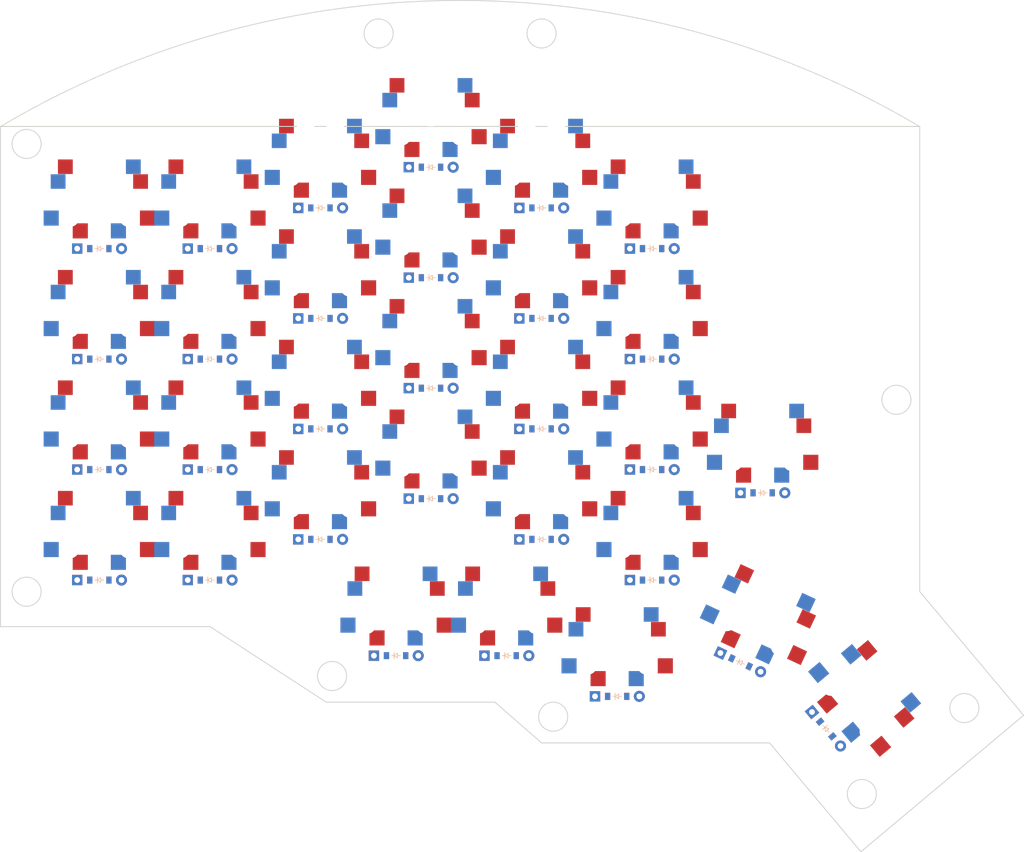
<source format=kicad_pcb>
(kicad_pcb (version 20171130) (host pcbnew 5.1.6)
  (title_block (title sizing_help) (rev v1.0.0) (company Unknown))
  (layers (0 F.Cu signal) (31 B.Cu signal) (34 B.Paste user) (35 F.Paste user) (36 B.SilkS user) (37 F.SilkS user) (38 B.Mask user) (39 F.Mask user) (44 Edge.Cuts user))
  (net 0 "")
  (net 1 "P21")
  (net 2 "P6")
  (net 3 "P5")
  (net 4 "P4")
  (net 5 "P3")
  (net 6 "P20")
  (net 7 "P19")
  (net 8 "P18")
  (net 9 "P15")
  (net 10 "P14")
  (net 11 "P7")
  (module PG1350 (layer F.Cu) (at 0 0 180)
    (fp_text reference "S1" hide)
    (fp_text value "" hide)
    (pad "" np_thru_hole circle (at 0 0) (size 3.429 3.429) (drill 3.429) (layers *.Cu *.Mask))
    (pad "" np_thru_hole circle (at 5.5 0) (size 1.7018 1.7018) (drill 1.7018) (layers *.Cu *.Mask))
    (pad "" np_thru_hole circle (at -5.5 0) (size 1.7018 1.7018) (drill 1.7018) (layers *.Cu *.Mask))
    (pad "" np_thru_hole circle (at 5 -3.75) (size 3 3) (drill 3) (layers *.Cu *.Mask))
    (pad "" np_thru_hole circle (at 0 -5.95) (size 3 3) (drill 3) (layers *.Cu *.Mask))
    (pad 1 smd rect (at -3.275 -5.95 180) (size 2.6 2.6) (layers B.Cu B.Paste B.Mask) (net 1 "P21"))
    (pad 2 smd rect (at 8.275 -3.75 180) (size 2.6 2.6) (layers B.Cu B.Paste B.Mask) (net 2 "P6"))
    (pad "" np_thru_hole circle (at -5 -3.75) (size 3 3) (drill 3) (layers *.Cu *.Mask))
    (pad "" np_thru_hole circle (at 0 -5.95) (size 3 3) (drill 3) (layers *.Cu *.Mask))
    (pad 1 smd rect (at 3.275 -5.95 180) (size 2.6 2.6) (layers F.Cu F.Paste F.Mask) (net 1 "P21"))
    (pad 2 smd rect (at -8.275 -3.75 180) (size 2.6 2.6) (layers F.Cu F.Paste F.Mask) (net 2 "P6"))
  )
  (module MX (layer F.Cu) (at 0 0 0)
    (fp_text reference "S2" hide)
    (fp_text value "" hide)
    (pad "" np_thru_hole circle (at 0 0) (size 3.9878 3.9878) (drill 3.9878) (layers *.Cu *.Mask))
    (pad "" np_thru_hole circle (at 5.08 0) (size 1.7018 1.7018) (drill 1.7018) (layers *.Cu *.Mask))
    (pad "" np_thru_hole circle (at -5.08 0) (size 1.7018 1.7018) (drill 1.7018) (layers *.Cu *.Mask))
    (pad "" np_thru_hole circle (at 2.54 -5.08) (size 3 3) (drill 3) (layers *.Cu *.Mask))
    (pad "" np_thru_hole circle (at -3.81 -2.54) (size 3 3) (drill 3) (layers *.Cu *.Mask))
    (pad 1 smd rect (at -7.085 -2.54 180) (size 2.55 2.5) (layers B.Cu B.Paste B.Mask) (net 2 "P6"))
    (pad 2 smd rect (at 5.842 -5.08 180) (size 2.55 2.5) (layers B.Cu B.Paste B.Mask) (net 1 "P21"))
    (pad "" np_thru_hole circle (at -2.54 -5.08) (size 3 3) (drill 3) (layers *.Cu *.Mask))
    (pad "" np_thru_hole circle (at 3.81 -2.54) (size 3 3) (drill 3) (layers *.Cu *.Mask))
    (pad 1 smd rect (at 7.085 -2.54 180) (size 2.55 2.5) (layers F.Cu F.Paste F.Mask) (net 2 "P6"))
    (pad 2 smd rect (at -5.842 -5.08 180) (size 2.55 2.5) (layers F.Cu F.Paste F.Mask) (net 1 "P21"))
  )
  (module ComboDiode (layer F.Cu) (at 0 9 0)
    (fp_text reference "D1" hide)
    (fp_text value "" hide)
    (pad 1 smd rect (at -1.65 0 0) (size 0.9 1.2) (layers F.Cu F.Paste F.Mask) (net 2 "P6"))
    (pad 2 smd rect (at 1.65 0 0) (size 0.9 1.2) (layers B.Cu B.Paste B.Mask) (net 1 "P21"))
    (pad 1 smd rect (at -1.65 0 0) (size 0.9 1.2) (layers B.Cu B.Paste B.Mask) (net 2 "P6"))
    (pad 2 smd rect (at 1.65 0 0) (size 0.9 1.2) (layers F.Cu F.Paste F.Mask) (net 1 "P21"))
    (pad 1 thru_hole circle (at 3.81 0 0) (size 1.905 1.905) (drill 0.9906) (layers *.Cu *.Mask) (net 1 "P21"))
    (pad 2 thru_hole rect (at -3.81 0 0) (size 1.778 1.778) (drill 0.9906) (layers *.Cu *.Mask) (net 2 "P6"))
  )
  (module PG1350 (layer F.Cu) (at 0 -19 180)
    (fp_text reference "S3" hide)
    (fp_text value "" hide)
    (pad "" np_thru_hole circle (at 0 0) (size 3.429 3.429) (drill 3.429) (layers *.Cu *.Mask))
    (pad "" np_thru_hole circle (at 5.5 0) (size 1.7018 1.7018) (drill 1.7018) (layers *.Cu *.Mask))
    (pad "" np_thru_hole circle (at -5.5 0) (size 1.7018 1.7018) (drill 1.7018) (layers *.Cu *.Mask))
    (pad "" np_thru_hole circle (at 5 -3.75) (size 3 3) (drill 3) (layers *.Cu *.Mask))
    (pad "" np_thru_hole circle (at 0 -5.95) (size 3 3) (drill 3) (layers *.Cu *.Mask))
    (pad 1 smd rect (at -3.275 -5.95 180) (size 2.6 2.6) (layers B.Cu B.Paste B.Mask) (net 1 "P21"))
    (pad 2 smd rect (at 8.275 -3.75 180) (size 2.6 2.6) (layers B.Cu B.Paste B.Mask) (net 3 "P5"))
    (pad "" np_thru_hole circle (at -5 -3.75) (size 3 3) (drill 3) (layers *.Cu *.Mask))
    (pad "" np_thru_hole circle (at 0 -5.95) (size 3 3) (drill 3) (layers *.Cu *.Mask))
    (pad 1 smd rect (at 3.275 -5.95 180) (size 2.6 2.6) (layers F.Cu F.Paste F.Mask) (net 1 "P21"))
    (pad 2 smd rect (at -8.275 -3.75 180) (size 2.6 2.6) (layers F.Cu F.Paste F.Mask) (net 3 "P5"))
  )
  (module MX (layer F.Cu) (at 0 -19 0)
    (fp_text reference "S4" hide)
    (fp_text value "" hide)
    (pad "" np_thru_hole circle (at 0 0) (size 3.9878 3.9878) (drill 3.9878) (layers *.Cu *.Mask))
    (pad "" np_thru_hole circle (at 5.08 0) (size 1.7018 1.7018) (drill 1.7018) (layers *.Cu *.Mask))
    (pad "" np_thru_hole circle (at -5.08 0) (size 1.7018 1.7018) (drill 1.7018) (layers *.Cu *.Mask))
    (pad "" np_thru_hole circle (at 2.54 -5.08) (size 3 3) (drill 3) (layers *.Cu *.Mask))
    (pad "" np_thru_hole circle (at -3.81 -2.54) (size 3 3) (drill 3) (layers *.Cu *.Mask))
    (pad 1 smd rect (at -7.085 -2.54 180) (size 2.55 2.5) (layers B.Cu B.Paste B.Mask) (net 3 "P5"))
    (pad 2 smd rect (at 5.842 -5.08 180) (size 2.55 2.5) (layers B.Cu B.Paste B.Mask) (net 1 "P21"))
    (pad "" np_thru_hole circle (at -2.54 -5.08) (size 3 3) (drill 3) (layers *.Cu *.Mask))
    (pad "" np_thru_hole circle (at 3.81 -2.54) (size 3 3) (drill 3) (layers *.Cu *.Mask))
    (pad 1 smd rect (at 7.085 -2.54 180) (size 2.55 2.5) (layers F.Cu F.Paste F.Mask) (net 3 "P5"))
    (pad 2 smd rect (at -5.842 -5.08 180) (size 2.55 2.5) (layers F.Cu F.Paste F.Mask) (net 1 "P21"))
  )
  (module ComboDiode (layer F.Cu) (at 0 -10 0)
    (fp_text reference "D2" hide)
    (fp_text value "" hide)
    (pad 1 smd rect (at -1.65 0 0) (size 0.9 1.2) (layers F.Cu F.Paste F.Mask) (net 3 "P5"))
    (pad 2 smd rect (at 1.65 0 0) (size 0.9 1.2) (layers B.Cu B.Paste B.Mask) (net 1 "P21"))
    (pad 1 smd rect (at -1.65 0 0) (size 0.9 1.2) (layers B.Cu B.Paste B.Mask) (net 3 "P5"))
    (pad 2 smd rect (at 1.65 0 0) (size 0.9 1.2) (layers F.Cu F.Paste F.Mask) (net 1 "P21"))
    (pad 1 thru_hole circle (at 3.81 0 0) (size 1.905 1.905) (drill 0.9906) (layers *.Cu *.Mask) (net 1 "P21"))
    (pad 2 thru_hole rect (at -3.81 0 0) (size 1.778 1.778) (drill 0.9906) (layers *.Cu *.Mask) (net 3 "P5"))
  )
  (module PG1350 (layer F.Cu) (at 0 -38 180)
    (fp_text reference "S5" hide)
    (fp_text value "" hide)
    (pad "" np_thru_hole circle (at 0 0) (size 3.429 3.429) (drill 3.429) (layers *.Cu *.Mask))
    (pad "" np_thru_hole circle (at 5.5 0) (size 1.7018 1.7018) (drill 1.7018) (layers *.Cu *.Mask))
    (pad "" np_thru_hole circle (at -5.5 0) (size 1.7018 1.7018) (drill 1.7018) (layers *.Cu *.Mask))
    (pad "" np_thru_hole circle (at 5 -3.75) (size 3 3) (drill 3) (layers *.Cu *.Mask))
    (pad "" np_thru_hole circle (at 0 -5.95) (size 3 3) (drill 3) (layers *.Cu *.Mask))
    (pad 1 smd rect (at -3.275 -5.95 180) (size 2.6 2.6) (layers B.Cu B.Paste B.Mask) (net 1 "P21"))
    (pad 2 smd rect (at 8.275 -3.75 180) (size 2.6 2.6) (layers B.Cu B.Paste B.Mask) (net 4 "P4"))
    (pad "" np_thru_hole circle (at -5 -3.75) (size 3 3) (drill 3) (layers *.Cu *.Mask))
    (pad "" np_thru_hole circle (at 0 -5.95) (size 3 3) (drill 3) (layers *.Cu *.Mask))
    (pad 1 smd rect (at 3.275 -5.95 180) (size 2.6 2.6) (layers F.Cu F.Paste F.Mask) (net 1 "P21"))
    (pad 2 smd rect (at -8.275 -3.75 180) (size 2.6 2.6) (layers F.Cu F.Paste F.Mask) (net 4 "P4"))
  )
  (module MX (layer F.Cu) (at 0 -38 0)
    (fp_text reference "S6" hide)
    (fp_text value "" hide)
    (pad "" np_thru_hole circle (at 0 0) (size 3.9878 3.9878) (drill 3.9878) (layers *.Cu *.Mask))
    (pad "" np_thru_hole circle (at 5.08 0) (size 1.7018 1.7018) (drill 1.7018) (layers *.Cu *.Mask))
    (pad "" np_thru_hole circle (at -5.08 0) (size 1.7018 1.7018) (drill 1.7018) (layers *.Cu *.Mask))
    (pad "" np_thru_hole circle (at 2.54 -5.08) (size 3 3) (drill 3) (layers *.Cu *.Mask))
    (pad "" np_thru_hole circle (at -3.81 -2.54) (size 3 3) (drill 3) (layers *.Cu *.Mask))
    (pad 1 smd rect (at -7.085 -2.54 180) (size 2.55 2.5) (layers B.Cu B.Paste B.Mask) (net 4 "P4"))
    (pad 2 smd rect (at 5.842 -5.08 180) (size 2.55 2.5) (layers B.Cu B.Paste B.Mask) (net 1 "P21"))
    (pad "" np_thru_hole circle (at -2.54 -5.08) (size 3 3) (drill 3) (layers *.Cu *.Mask))
    (pad "" np_thru_hole circle (at 3.81 -2.54) (size 3 3) (drill 3) (layers *.Cu *.Mask))
    (pad 1 smd rect (at 7.085 -2.54 180) (size 2.55 2.5) (layers F.Cu F.Paste F.Mask) (net 4 "P4"))
    (pad 2 smd rect (at -5.842 -5.08 180) (size 2.55 2.5) (layers F.Cu F.Paste F.Mask) (net 1 "P21"))
  )
  (module ComboDiode (layer F.Cu) (at 0 -29 0)
    (fp_text reference "D3" hide)
    (fp_text value "" hide)
    (pad 1 smd rect (at -1.65 0 0) (size 0.9 1.2) (layers F.Cu F.Paste F.Mask) (net 4 "P4"))
    (pad 2 smd rect (at 1.65 0 0) (size 0.9 1.2) (layers B.Cu B.Paste B.Mask) (net 1 "P21"))
    (pad 1 smd rect (at -1.65 0 0) (size 0.9 1.2) (layers B.Cu B.Paste B.Mask) (net 4 "P4"))
    (pad 2 smd rect (at 1.65 0 0) (size 0.9 1.2) (layers F.Cu F.Paste F.Mask) (net 1 "P21"))
    (pad 1 thru_hole circle (at 3.81 0 0) (size 1.905 1.905) (drill 0.9906) (layers *.Cu *.Mask) (net 1 "P21"))
    (pad 2 thru_hole rect (at -3.81 0 0) (size 1.778 1.778) (drill 0.9906) (layers *.Cu *.Mask) (net 4 "P4"))
  )
  (module PG1350 (layer F.Cu) (at 0 -57 180)
    (fp_text reference "S7" hide)
    (fp_text value "" hide)
    (pad "" np_thru_hole circle (at 0 0) (size 3.429 3.429) (drill 3.429) (layers *.Cu *.Mask))
    (pad "" np_thru_hole circle (at 5.5 0) (size 1.7018 1.7018) (drill 1.7018) (layers *.Cu *.Mask))
    (pad "" np_thru_hole circle (at -5.5 0) (size 1.7018 1.7018) (drill 1.7018) (layers *.Cu *.Mask))
    (pad "" np_thru_hole circle (at 5 -3.75) (size 3 3) (drill 3) (layers *.Cu *.Mask))
    (pad "" np_thru_hole circle (at 0 -5.95) (size 3 3) (drill 3) (layers *.Cu *.Mask))
    (pad 1 smd rect (at -3.275 -5.95 180) (size 2.6 2.6) (layers B.Cu B.Paste B.Mask) (net 1 "P21"))
    (pad 2 smd rect (at 8.275 -3.75 180) (size 2.6 2.6) (layers B.Cu B.Paste B.Mask) (net 5 "P3"))
    (pad "" np_thru_hole circle (at -5 -3.75) (size 3 3) (drill 3) (layers *.Cu *.Mask))
    (pad "" np_thru_hole circle (at 0 -5.95) (size 3 3) (drill 3) (layers *.Cu *.Mask))
    (pad 1 smd rect (at 3.275 -5.95 180) (size 2.6 2.6) (layers F.Cu F.Paste F.Mask) (net 1 "P21"))
    (pad 2 smd rect (at -8.275 -3.75 180) (size 2.6 2.6) (layers F.Cu F.Paste F.Mask) (net 5 "P3"))
  )
  (module MX (layer F.Cu) (at 0 -57 0)
    (fp_text reference "S8" hide)
    (fp_text value "" hide)
    (pad "" np_thru_hole circle (at 0 0) (size 3.9878 3.9878) (drill 3.9878) (layers *.Cu *.Mask))
    (pad "" np_thru_hole circle (at 5.08 0) (size 1.7018 1.7018) (drill 1.7018) (layers *.Cu *.Mask))
    (pad "" np_thru_hole circle (at -5.08 0) (size 1.7018 1.7018) (drill 1.7018) (layers *.Cu *.Mask))
    (pad "" np_thru_hole circle (at 2.54 -5.08) (size 3 3) (drill 3) (layers *.Cu *.Mask))
    (pad "" np_thru_hole circle (at -3.81 -2.54) (size 3 3) (drill 3) (layers *.Cu *.Mask))
    (pad 1 smd rect (at -7.085 -2.54 180) (size 2.55 2.5) (layers B.Cu B.Paste B.Mask) (net 5 "P3"))
    (pad 2 smd rect (at 5.842 -5.08 180) (size 2.55 2.5) (layers B.Cu B.Paste B.Mask) (net 1 "P21"))
    (pad "" np_thru_hole circle (at -2.54 -5.08) (size 3 3) (drill 3) (layers *.Cu *.Mask))
    (pad "" np_thru_hole circle (at 3.81 -2.54) (size 3 3) (drill 3) (layers *.Cu *.Mask))
    (pad 1 smd rect (at 7.085 -2.54 180) (size 2.55 2.5) (layers F.Cu F.Paste F.Mask) (net 5 "P3"))
    (pad 2 smd rect (at -5.842 -5.08 180) (size 2.55 2.5) (layers F.Cu F.Paste F.Mask) (net 1 "P21"))
  )
  (module ComboDiode (layer F.Cu) (at 0 -48 0)
    (fp_text reference "D4" hide)
    (fp_text value "" hide)
    (pad 1 smd rect (at -1.65 0 0) (size 0.9 1.2) (layers F.Cu F.Paste F.Mask) (net 5 "P3"))
    (pad 2 smd rect (at 1.65 0 0) (size 0.9 1.2) (layers B.Cu B.Paste B.Mask) (net 1 "P21"))
    (pad 1 smd rect (at -1.65 0 0) (size 0.9 1.2) (layers B.Cu B.Paste B.Mask) (net 5 "P3"))
    (pad 2 smd rect (at 1.65 0 0) (size 0.9 1.2) (layers F.Cu F.Paste F.Mask) (net 1 "P21"))
    (pad 1 thru_hole circle (at 3.81 0 0) (size 1.905 1.905) (drill 0.9906) (layers *.Cu *.Mask) (net 1 "P21"))
    (pad 2 thru_hole rect (at -3.81 0 0) (size 1.778 1.778) (drill 0.9906) (layers *.Cu *.Mask) (net 5 "P3"))
  )
  (module PG1350 (layer F.Cu) (at 19 0 180)
    (fp_text reference "S9" hide)
    (fp_text value "" hide)
    (pad "" np_thru_hole circle (at 0 0) (size 3.429 3.429) (drill 3.429) (layers *.Cu *.Mask))
    (pad "" np_thru_hole circle (at 5.5 0) (size 1.7018 1.7018) (drill 1.7018) (layers *.Cu *.Mask))
    (pad "" np_thru_hole circle (at -5.5 0) (size 1.7018 1.7018) (drill 1.7018) (layers *.Cu *.Mask))
    (pad "" np_thru_hole circle (at 5 -3.75) (size 3 3) (drill 3) (layers *.Cu *.Mask))
    (pad "" np_thru_hole circle (at 0 -5.95) (size 3 3) (drill 3) (layers *.Cu *.Mask))
    (pad 1 smd rect (at -3.275 -5.95 180) (size 2.6 2.6) (layers B.Cu B.Paste B.Mask) (net 6 "P20"))
    (pad 2 smd rect (at 8.275 -3.75 180) (size 2.6 2.6) (layers B.Cu B.Paste B.Mask) (net 2 "P6"))
    (pad "" np_thru_hole circle (at -5 -3.75) (size 3 3) (drill 3) (layers *.Cu *.Mask))
    (pad "" np_thru_hole circle (at 0 -5.95) (size 3 3) (drill 3) (layers *.Cu *.Mask))
    (pad 1 smd rect (at 3.275 -5.95 180) (size 2.6 2.6) (layers F.Cu F.Paste F.Mask) (net 6 "P20"))
    (pad 2 smd rect (at -8.275 -3.75 180) (size 2.6 2.6) (layers F.Cu F.Paste F.Mask) (net 2 "P6"))
  )
  (module MX (layer F.Cu) (at 19 0 0)
    (fp_text reference "S10" hide)
    (fp_text value "" hide)
    (pad "" np_thru_hole circle (at 0 0) (size 3.9878 3.9878) (drill 3.9878) (layers *.Cu *.Mask))
    (pad "" np_thru_hole circle (at 5.08 0) (size 1.7018 1.7018) (drill 1.7018) (layers *.Cu *.Mask))
    (pad "" np_thru_hole circle (at -5.08 0) (size 1.7018 1.7018) (drill 1.7018) (layers *.Cu *.Mask))
    (pad "" np_thru_hole circle (at 2.54 -5.08) (size 3 3) (drill 3) (layers *.Cu *.Mask))
    (pad "" np_thru_hole circle (at -3.81 -2.54) (size 3 3) (drill 3) (layers *.Cu *.Mask))
    (pad 1 smd rect (at -7.085 -2.54 180) (size 2.55 2.5) (layers B.Cu B.Paste B.Mask) (net 2 "P6"))
    (pad 2 smd rect (at 5.842 -5.08 180) (size 2.55 2.5) (layers B.Cu B.Paste B.Mask) (net 6 "P20"))
    (pad "" np_thru_hole circle (at -2.54 -5.08) (size 3 3) (drill 3) (layers *.Cu *.Mask))
    (pad "" np_thru_hole circle (at 3.81 -2.54) (size 3 3) (drill 3) (layers *.Cu *.Mask))
    (pad 1 smd rect (at 7.085 -2.54 180) (size 2.55 2.5) (layers F.Cu F.Paste F.Mask) (net 2 "P6"))
    (pad 2 smd rect (at -5.842 -5.08 180) (size 2.55 2.5) (layers F.Cu F.Paste F.Mask) (net 6 "P20"))
  )
  (module ComboDiode (layer F.Cu) (at 19 9 0)
    (fp_text reference "D5" hide)
    (fp_text value "" hide)
    (pad 1 smd rect (at -1.65 0 0) (size 0.9 1.2) (layers F.Cu F.Paste F.Mask) (net 2 "P6"))
    (pad 2 smd rect (at 1.65 0 0) (size 0.9 1.2) (layers B.Cu B.Paste B.Mask) (net 6 "P20"))
    (pad 1 smd rect (at -1.65 0 0) (size 0.9 1.2) (layers B.Cu B.Paste B.Mask) (net 2 "P6"))
    (pad 2 smd rect (at 1.65 0 0) (size 0.9 1.2) (layers F.Cu F.Paste F.Mask) (net 6 "P20"))
    (pad 1 thru_hole circle (at 3.81 0 0) (size 1.905 1.905) (drill 0.9906) (layers *.Cu *.Mask) (net 6 "P20"))
    (pad 2 thru_hole rect (at -3.81 0 0) (size 1.778 1.778) (drill 0.9906) (layers *.Cu *.Mask) (net 2 "P6"))
  )
  (module PG1350 (layer F.Cu) (at 19 -19 180)
    (fp_text reference "S11" hide)
    (fp_text value "" hide)
    (pad "" np_thru_hole circle (at 0 0) (size 3.429 3.429) (drill 3.429) (layers *.Cu *.Mask))
    (pad "" np_thru_hole circle (at 5.5 0) (size 1.7018 1.7018) (drill 1.7018) (layers *.Cu *.Mask))
    (pad "" np_thru_hole circle (at -5.5 0) (size 1.7018 1.7018) (drill 1.7018) (layers *.Cu *.Mask))
    (pad "" np_thru_hole circle (at 5 -3.75) (size 3 3) (drill 3) (layers *.Cu *.Mask))
    (pad "" np_thru_hole circle (at 0 -5.95) (size 3 3) (drill 3) (layers *.Cu *.Mask))
    (pad 1 smd rect (at -3.275 -5.95 180) (size 2.6 2.6) (layers B.Cu B.Paste B.Mask) (net 6 "P20"))
    (pad 2 smd rect (at 8.275 -3.75 180) (size 2.6 2.6) (layers B.Cu B.Paste B.Mask) (net 3 "P5"))
    (pad "" np_thru_hole circle (at -5 -3.75) (size 3 3) (drill 3) (layers *.Cu *.Mask))
    (pad "" np_thru_hole circle (at 0 -5.95) (size 3 3) (drill 3) (layers *.Cu *.Mask))
    (pad 1 smd rect (at 3.275 -5.95 180) (size 2.6 2.6) (layers F.Cu F.Paste F.Mask) (net 6 "P20"))
    (pad 2 smd rect (at -8.275 -3.75 180) (size 2.6 2.6) (layers F.Cu F.Paste F.Mask) (net 3 "P5"))
  )
  (module MX (layer F.Cu) (at 19 -19 0)
    (fp_text reference "S12" hide)
    (fp_text value "" hide)
    (pad "" np_thru_hole circle (at 0 0) (size 3.9878 3.9878) (drill 3.9878) (layers *.Cu *.Mask))
    (pad "" np_thru_hole circle (at 5.08 0) (size 1.7018 1.7018) (drill 1.7018) (layers *.Cu *.Mask))
    (pad "" np_thru_hole circle (at -5.08 0) (size 1.7018 1.7018) (drill 1.7018) (layers *.Cu *.Mask))
    (pad "" np_thru_hole circle (at 2.54 -5.08) (size 3 3) (drill 3) (layers *.Cu *.Mask))
    (pad "" np_thru_hole circle (at -3.81 -2.54) (size 3 3) (drill 3) (layers *.Cu *.Mask))
    (pad 1 smd rect (at -7.085 -2.54 180) (size 2.55 2.5) (layers B.Cu B.Paste B.Mask) (net 3 "P5"))
    (pad 2 smd rect (at 5.842 -5.08 180) (size 2.55 2.5) (layers B.Cu B.Paste B.Mask) (net 6 "P20"))
    (pad "" np_thru_hole circle (at -2.54 -5.08) (size 3 3) (drill 3) (layers *.Cu *.Mask))
    (pad "" np_thru_hole circle (at 3.81 -2.54) (size 3 3) (drill 3) (layers *.Cu *.Mask))
    (pad 1 smd rect (at 7.085 -2.54 180) (size 2.55 2.5) (layers F.Cu F.Paste F.Mask) (net 3 "P5"))
    (pad 2 smd rect (at -5.842 -5.08 180) (size 2.55 2.5) (layers F.Cu F.Paste F.Mask) (net 6 "P20"))
  )
  (module ComboDiode (layer F.Cu) (at 19 -10 0)
    (fp_text reference "D6" hide)
    (fp_text value "" hide)
    (pad 1 smd rect (at -1.65 0 0) (size 0.9 1.2) (layers F.Cu F.Paste F.Mask) (net 3 "P5"))
    (pad 2 smd rect (at 1.65 0 0) (size 0.9 1.2) (layers B.Cu B.Paste B.Mask) (net 6 "P20"))
    (pad 1 smd rect (at -1.65 0 0) (size 0.9 1.2) (layers B.Cu B.Paste B.Mask) (net 3 "P5"))
    (pad 2 smd rect (at 1.65 0 0) (size 0.9 1.2) (layers F.Cu F.Paste F.Mask) (net 6 "P20"))
    (pad 1 thru_hole circle (at 3.81 0 0) (size 1.905 1.905) (drill 0.9906) (layers *.Cu *.Mask) (net 6 "P20"))
    (pad 2 thru_hole rect (at -3.81 0 0) (size 1.778 1.778) (drill 0.9906) (layers *.Cu *.Mask) (net 3 "P5"))
  )
  (module PG1350 (layer F.Cu) (at 19 -38 180)
    (fp_text reference "S13" hide)
    (fp_text value "" hide)
    (pad "" np_thru_hole circle (at 0 0) (size 3.429 3.429) (drill 3.429) (layers *.Cu *.Mask))
    (pad "" np_thru_hole circle (at 5.5 0) (size 1.7018 1.7018) (drill 1.7018) (layers *.Cu *.Mask))
    (pad "" np_thru_hole circle (at -5.5 0) (size 1.7018 1.7018) (drill 1.7018) (layers *.Cu *.Mask))
    (pad "" np_thru_hole circle (at 5 -3.75) (size 3 3) (drill 3) (layers *.Cu *.Mask))
    (pad "" np_thru_hole circle (at 0 -5.95) (size 3 3) (drill 3) (layers *.Cu *.Mask))
    (pad 1 smd rect (at -3.275 -5.95 180) (size 2.6 2.6) (layers B.Cu B.Paste B.Mask) (net 6 "P20"))
    (pad 2 smd rect (at 8.275 -3.75 180) (size 2.6 2.6) (layers B.Cu B.Paste B.Mask) (net 4 "P4"))
    (pad "" np_thru_hole circle (at -5 -3.75) (size 3 3) (drill 3) (layers *.Cu *.Mask))
    (pad "" np_thru_hole circle (at 0 -5.95) (size 3 3) (drill 3) (layers *.Cu *.Mask))
    (pad 1 smd rect (at 3.275 -5.95 180) (size 2.6 2.6) (layers F.Cu F.Paste F.Mask) (net 6 "P20"))
    (pad 2 smd rect (at -8.275 -3.75 180) (size 2.6 2.6) (layers F.Cu F.Paste F.Mask) (net 4 "P4"))
  )
  (module MX (layer F.Cu) (at 19 -38 0)
    (fp_text reference "S14" hide)
    (fp_text value "" hide)
    (pad "" np_thru_hole circle (at 0 0) (size 3.9878 3.9878) (drill 3.9878) (layers *.Cu *.Mask))
    (pad "" np_thru_hole circle (at 5.08 0) (size 1.7018 1.7018) (drill 1.7018) (layers *.Cu *.Mask))
    (pad "" np_thru_hole circle (at -5.08 0) (size 1.7018 1.7018) (drill 1.7018) (layers *.Cu *.Mask))
    (pad "" np_thru_hole circle (at 2.54 -5.08) (size 3 3) (drill 3) (layers *.Cu *.Mask))
    (pad "" np_thru_hole circle (at -3.81 -2.54) (size 3 3) (drill 3) (layers *.Cu *.Mask))
    (pad 1 smd rect (at -7.085 -2.54 180) (size 2.55 2.5) (layers B.Cu B.Paste B.Mask) (net 4 "P4"))
    (pad 2 smd rect (at 5.842 -5.08 180) (size 2.55 2.5) (layers B.Cu B.Paste B.Mask) (net 6 "P20"))
    (pad "" np_thru_hole circle (at -2.54 -5.08) (size 3 3) (drill 3) (layers *.Cu *.Mask))
    (pad "" np_thru_hole circle (at 3.81 -2.54) (size 3 3) (drill 3) (layers *.Cu *.Mask))
    (pad 1 smd rect (at 7.085 -2.54 180) (size 2.55 2.5) (layers F.Cu F.Paste F.Mask) (net 4 "P4"))
    (pad 2 smd rect (at -5.842 -5.08 180) (size 2.55 2.5) (layers F.Cu F.Paste F.Mask) (net 6 "P20"))
  )
  (module ComboDiode (layer F.Cu) (at 19 -29 0)
    (fp_text reference "D7" hide)
    (fp_text value "" hide)
    (pad 1 smd rect (at -1.65 0 0) (size 0.9 1.2) (layers F.Cu F.Paste F.Mask) (net 4 "P4"))
    (pad 2 smd rect (at 1.65 0 0) (size 0.9 1.2) (layers B.Cu B.Paste B.Mask) (net 6 "P20"))
    (pad 1 smd rect (at -1.65 0 0) (size 0.9 1.2) (layers B.Cu B.Paste B.Mask) (net 4 "P4"))
    (pad 2 smd rect (at 1.65 0 0) (size 0.9 1.2) (layers F.Cu F.Paste F.Mask) (net 6 "P20"))
    (pad 1 thru_hole circle (at 3.81 0 0) (size 1.905 1.905) (drill 0.9906) (layers *.Cu *.Mask) (net 6 "P20"))
    (pad 2 thru_hole rect (at -3.81 0 0) (size 1.778 1.778) (drill 0.9906) (layers *.Cu *.Mask) (net 4 "P4"))
  )
  (module PG1350 (layer F.Cu) (at 19 -57 180)
    (fp_text reference "S15" hide)
    (fp_text value "" hide)
    (pad "" np_thru_hole circle (at 0 0) (size 3.429 3.429) (drill 3.429) (layers *.Cu *.Mask))
    (pad "" np_thru_hole circle (at 5.5 0) (size 1.7018 1.7018) (drill 1.7018) (layers *.Cu *.Mask))
    (pad "" np_thru_hole circle (at -5.5 0) (size 1.7018 1.7018) (drill 1.7018) (layers *.Cu *.Mask))
    (pad "" np_thru_hole circle (at 5 -3.75) (size 3 3) (drill 3) (layers *.Cu *.Mask))
    (pad "" np_thru_hole circle (at 0 -5.95) (size 3 3) (drill 3) (layers *.Cu *.Mask))
    (pad 1 smd rect (at -3.275 -5.95 180) (size 2.6 2.6) (layers B.Cu B.Paste B.Mask) (net 6 "P20"))
    (pad 2 smd rect (at 8.275 -3.75 180) (size 2.6 2.6) (layers B.Cu B.Paste B.Mask) (net 5 "P3"))
    (pad "" np_thru_hole circle (at -5 -3.75) (size 3 3) (drill 3) (layers *.Cu *.Mask))
    (pad "" np_thru_hole circle (at 0 -5.95) (size 3 3) (drill 3) (layers *.Cu *.Mask))
    (pad 1 smd rect (at 3.275 -5.95 180) (size 2.6 2.6) (layers F.Cu F.Paste F.Mask) (net 6 "P20"))
    (pad 2 smd rect (at -8.275 -3.75 180) (size 2.6 2.6) (layers F.Cu F.Paste F.Mask) (net 5 "P3"))
  )
  (module MX (layer F.Cu) (at 19 -57 0)
    (fp_text reference "S16" hide)
    (fp_text value "" hide)
    (pad "" np_thru_hole circle (at 0 0) (size 3.9878 3.9878) (drill 3.9878) (layers *.Cu *.Mask))
    (pad "" np_thru_hole circle (at 5.08 0) (size 1.7018 1.7018) (drill 1.7018) (layers *.Cu *.Mask))
    (pad "" np_thru_hole circle (at -5.08 0) (size 1.7018 1.7018) (drill 1.7018) (layers *.Cu *.Mask))
    (pad "" np_thru_hole circle (at 2.54 -5.08) (size 3 3) (drill 3) (layers *.Cu *.Mask))
    (pad "" np_thru_hole circle (at -3.81 -2.54) (size 3 3) (drill 3) (layers *.Cu *.Mask))
    (pad 1 smd rect (at -7.085 -2.54 180) (size 2.55 2.5) (layers B.Cu B.Paste B.Mask) (net 5 "P3"))
    (pad 2 smd rect (at 5.842 -5.08 180) (size 2.55 2.5) (layers B.Cu B.Paste B.Mask) (net 6 "P20"))
    (pad "" np_thru_hole circle (at -2.54 -5.08) (size 3 3) (drill 3) (layers *.Cu *.Mask))
    (pad "" np_thru_hole circle (at 3.81 -2.54) (size 3 3) (drill 3) (layers *.Cu *.Mask))
    (pad 1 smd rect (at 7.085 -2.54 180) (size 2.55 2.5) (layers F.Cu F.Paste F.Mask) (net 5 "P3"))
    (pad 2 smd rect (at -5.842 -5.08 180) (size 2.55 2.5) (layers F.Cu F.Paste F.Mask) (net 6 "P20"))
  )
  (module ComboDiode (layer F.Cu) (at 19 -48 0)
    (fp_text reference "D8" hide)
    (fp_text value "" hide)
    (pad 1 smd rect (at -1.65 0 0) (size 0.9 1.2) (layers F.Cu F.Paste F.Mask) (net 5 "P3"))
    (pad 2 smd rect (at 1.65 0 0) (size 0.9 1.2) (layers B.Cu B.Paste B.Mask) (net 6 "P20"))
    (pad 1 smd rect (at -1.65 0 0) (size 0.9 1.2) (layers B.Cu B.Paste B.Mask) (net 5 "P3"))
    (pad 2 smd rect (at 1.65 0 0) (size 0.9 1.2) (layers F.Cu F.Paste F.Mask) (net 6 "P20"))
    (pad 1 thru_hole circle (at 3.81 0 0) (size 1.905 1.905) (drill 0.9906) (layers *.Cu *.Mask) (net 6 "P20"))
    (pad 2 thru_hole rect (at -3.81 0 0) (size 1.778 1.778) (drill 0.9906) (layers *.Cu *.Mask) (net 5 "P3"))
  )
  (module PG1350 (layer F.Cu) (at 38 -7 180)
    (fp_text reference "S17" hide)
    (fp_text value "" hide)
    (pad "" np_thru_hole circle (at 0 0) (size 3.429 3.429) (drill 3.429) (layers *.Cu *.Mask))
    (pad "" np_thru_hole circle (at 5.5 0) (size 1.7018 1.7018) (drill 1.7018) (layers *.Cu *.Mask))
    (pad "" np_thru_hole circle (at -5.5 0) (size 1.7018 1.7018) (drill 1.7018) (layers *.Cu *.Mask))
    (pad "" np_thru_hole circle (at 5 -3.75) (size 3 3) (drill 3) (layers *.Cu *.Mask))
    (pad "" np_thru_hole circle (at 0 -5.95) (size 3 3) (drill 3) (layers *.Cu *.Mask))
    (pad 1 smd rect (at -3.275 -5.95 180) (size 2.6 2.6) (layers B.Cu B.Paste B.Mask) (net 7 "P19"))
    (pad 2 smd rect (at 8.275 -3.75 180) (size 2.6 2.6) (layers B.Cu B.Paste B.Mask) (net 2 "P6"))
    (pad "" np_thru_hole circle (at -5 -3.75) (size 3 3) (drill 3) (layers *.Cu *.Mask))
    (pad "" np_thru_hole circle (at 0 -5.95) (size 3 3) (drill 3) (layers *.Cu *.Mask))
    (pad 1 smd rect (at 3.275 -5.95 180) (size 2.6 2.6) (layers F.Cu F.Paste F.Mask) (net 7 "P19"))
    (pad 2 smd rect (at -8.275 -3.75 180) (size 2.6 2.6) (layers F.Cu F.Paste F.Mask) (net 2 "P6"))
  )
  (module MX (layer F.Cu) (at 38 -7 0)
    (fp_text reference "S18" hide)
    (fp_text value "" hide)
    (pad "" np_thru_hole circle (at 0 0) (size 3.9878 3.9878) (drill 3.9878) (layers *.Cu *.Mask))
    (pad "" np_thru_hole circle (at 5.08 0) (size 1.7018 1.7018) (drill 1.7018) (layers *.Cu *.Mask))
    (pad "" np_thru_hole circle (at -5.08 0) (size 1.7018 1.7018) (drill 1.7018) (layers *.Cu *.Mask))
    (pad "" np_thru_hole circle (at 2.54 -5.08) (size 3 3) (drill 3) (layers *.Cu *.Mask))
    (pad "" np_thru_hole circle (at -3.81 -2.54) (size 3 3) (drill 3) (layers *.Cu *.Mask))
    (pad 1 smd rect (at -7.085 -2.54 180) (size 2.55 2.5) (layers B.Cu B.Paste B.Mask) (net 2 "P6"))
    (pad 2 smd rect (at 5.842 -5.08 180) (size 2.55 2.5) (layers B.Cu B.Paste B.Mask) (net 7 "P19"))
    (pad "" np_thru_hole circle (at -2.54 -5.08) (size 3 3) (drill 3) (layers *.Cu *.Mask))
    (pad "" np_thru_hole circle (at 3.81 -2.54) (size 3 3) (drill 3) (layers *.Cu *.Mask))
    (pad 1 smd rect (at 7.085 -2.54 180) (size 2.55 2.5) (layers F.Cu F.Paste F.Mask) (net 2 "P6"))
    (pad 2 smd rect (at -5.842 -5.08 180) (size 2.55 2.5) (layers F.Cu F.Paste F.Mask) (net 7 "P19"))
  )
  (module ComboDiode (layer F.Cu) (at 38 2 0)
    (fp_text reference "D9" hide)
    (fp_text value "" hide)
    (pad 1 smd rect (at -1.65 0 0) (size 0.9 1.2) (layers F.Cu F.Paste F.Mask) (net 2 "P6"))
    (pad 2 smd rect (at 1.65 0 0) (size 0.9 1.2) (layers B.Cu B.Paste B.Mask) (net 7 "P19"))
    (pad 1 smd rect (at -1.65 0 0) (size 0.9 1.2) (layers B.Cu B.Paste B.Mask) (net 2 "P6"))
    (pad 2 smd rect (at 1.65 0 0) (size 0.9 1.2) (layers F.Cu F.Paste F.Mask) (net 7 "P19"))
    (pad 1 thru_hole circle (at 3.81 0 0) (size 1.905 1.905) (drill 0.9906) (layers *.Cu *.Mask) (net 7 "P19"))
    (pad 2 thru_hole rect (at -3.81 0 0) (size 1.778 1.778) (drill 0.9906) (layers *.Cu *.Mask) (net 2 "P6"))
  )
  (module PG1350 (layer F.Cu) (at 38 -26 180)
    (fp_text reference "S19" hide)
    (fp_text value "" hide)
    (pad "" np_thru_hole circle (at 0 0) (size 3.429 3.429) (drill 3.429) (layers *.Cu *.Mask))
    (pad "" np_thru_hole circle (at 5.5 0) (size 1.7018 1.7018) (drill 1.7018) (layers *.Cu *.Mask))
    (pad "" np_thru_hole circle (at -5.5 0) (size 1.7018 1.7018) (drill 1.7018) (layers *.Cu *.Mask))
    (pad "" np_thru_hole circle (at 5 -3.75) (size 3 3) (drill 3) (layers *.Cu *.Mask))
    (pad "" np_thru_hole circle (at 0 -5.95) (size 3 3) (drill 3) (layers *.Cu *.Mask))
    (pad 1 smd rect (at -3.275 -5.95 180) (size 2.6 2.6) (layers B.Cu B.Paste B.Mask) (net 7 "P19"))
    (pad 2 smd rect (at 8.275 -3.75 180) (size 2.6 2.6) (layers B.Cu B.Paste B.Mask) (net 3 "P5"))
    (pad "" np_thru_hole circle (at -5 -3.75) (size 3 3) (drill 3) (layers *.Cu *.Mask))
    (pad "" np_thru_hole circle (at 0 -5.95) (size 3 3) (drill 3) (layers *.Cu *.Mask))
    (pad 1 smd rect (at 3.275 -5.95 180) (size 2.6 2.6) (layers F.Cu F.Paste F.Mask) (net 7 "P19"))
    (pad 2 smd rect (at -8.275 -3.75 180) (size 2.6 2.6) (layers F.Cu F.Paste F.Mask) (net 3 "P5"))
  )
  (module MX (layer F.Cu) (at 38 -26 0)
    (fp_text reference "S20" hide)
    (fp_text value "" hide)
    (pad "" np_thru_hole circle (at 0 0) (size 3.9878 3.9878) (drill 3.9878) (layers *.Cu *.Mask))
    (pad "" np_thru_hole circle (at 5.08 0) (size 1.7018 1.7018) (drill 1.7018) (layers *.Cu *.Mask))
    (pad "" np_thru_hole circle (at -5.08 0) (size 1.7018 1.7018) (drill 1.7018) (layers *.Cu *.Mask))
    (pad "" np_thru_hole circle (at 2.54 -5.08) (size 3 3) (drill 3) (layers *.Cu *.Mask))
    (pad "" np_thru_hole circle (at -3.81 -2.54) (size 3 3) (drill 3) (layers *.Cu *.Mask))
    (pad 1 smd rect (at -7.085 -2.54 180) (size 2.55 2.5) (layers B.Cu B.Paste B.Mask) (net 3 "P5"))
    (pad 2 smd rect (at 5.842 -5.08 180) (size 2.55 2.5) (layers B.Cu B.Paste B.Mask) (net 7 "P19"))
    (pad "" np_thru_hole circle (at -2.54 -5.08) (size 3 3) (drill 3) (layers *.Cu *.Mask))
    (pad "" np_thru_hole circle (at 3.81 -2.54) (size 3 3) (drill 3) (layers *.Cu *.Mask))
    (pad 1 smd rect (at 7.085 -2.54 180) (size 2.55 2.5) (layers F.Cu F.Paste F.Mask) (net 3 "P5"))
    (pad 2 smd rect (at -5.842 -5.08 180) (size 2.55 2.5) (layers F.Cu F.Paste F.Mask) (net 7 "P19"))
  )
  (module ComboDiode (layer F.Cu) (at 38 -17 0)
    (fp_text reference "D10" hide)
    (fp_text value "" hide)
    (pad 1 smd rect (at -1.65 0 0) (size 0.9 1.2) (layers F.Cu F.Paste F.Mask) (net 3 "P5"))
    (pad 2 smd rect (at 1.65 0 0) (size 0.9 1.2) (layers B.Cu B.Paste B.Mask) (net 7 "P19"))
    (pad 1 smd rect (at -1.65 0 0) (size 0.9 1.2) (layers B.Cu B.Paste B.Mask) (net 3 "P5"))
    (pad 2 smd rect (at 1.65 0 0) (size 0.9 1.2) (layers F.Cu F.Paste F.Mask) (net 7 "P19"))
    (pad 1 thru_hole circle (at 3.81 0 0) (size 1.905 1.905) (drill 0.9906) (layers *.Cu *.Mask) (net 7 "P19"))
    (pad 2 thru_hole rect (at -3.81 0 0) (size 1.778 1.778) (drill 0.9906) (layers *.Cu *.Mask) (net 3 "P5"))
  )
  (module PG1350 (layer F.Cu) (at 38 -45 180)
    (fp_text reference "S21" hide)
    (fp_text value "" hide)
    (pad "" np_thru_hole circle (at 0 0) (size 3.429 3.429) (drill 3.429) (layers *.Cu *.Mask))
    (pad "" np_thru_hole circle (at 5.5 0) (size 1.7018 1.7018) (drill 1.7018) (layers *.Cu *.Mask))
    (pad "" np_thru_hole circle (at -5.5 0) (size 1.7018 1.7018) (drill 1.7018) (layers *.Cu *.Mask))
    (pad "" np_thru_hole circle (at 5 -3.75) (size 3 3) (drill 3) (layers *.Cu *.Mask))
    (pad "" np_thru_hole circle (at 0 -5.95) (size 3 3) (drill 3) (layers *.Cu *.Mask))
    (pad 1 smd rect (at -3.275 -5.95 180) (size 2.6 2.6) (layers B.Cu B.Paste B.Mask) (net 7 "P19"))
    (pad 2 smd rect (at 8.275 -3.75 180) (size 2.6 2.6) (layers B.Cu B.Paste B.Mask) (net 4 "P4"))
    (pad "" np_thru_hole circle (at -5 -3.75) (size 3 3) (drill 3) (layers *.Cu *.Mask))
    (pad "" np_thru_hole circle (at 0 -5.95) (size 3 3) (drill 3) (layers *.Cu *.Mask))
    (pad 1 smd rect (at 3.275 -5.95 180) (size 2.6 2.6) (layers F.Cu F.Paste F.Mask) (net 7 "P19"))
    (pad 2 smd rect (at -8.275 -3.75 180) (size 2.6 2.6) (layers F.Cu F.Paste F.Mask) (net 4 "P4"))
  )
  (module MX (layer F.Cu) (at 38 -45 0)
    (fp_text reference "S22" hide)
    (fp_text value "" hide)
    (pad "" np_thru_hole circle (at 0 0) (size 3.9878 3.9878) (drill 3.9878) (layers *.Cu *.Mask))
    (pad "" np_thru_hole circle (at 5.08 0) (size 1.7018 1.7018) (drill 1.7018) (layers *.Cu *.Mask))
    (pad "" np_thru_hole circle (at -5.08 0) (size 1.7018 1.7018) (drill 1.7018) (layers *.Cu *.Mask))
    (pad "" np_thru_hole circle (at 2.54 -5.08) (size 3 3) (drill 3) (layers *.Cu *.Mask))
    (pad "" np_thru_hole circle (at -3.81 -2.54) (size 3 3) (drill 3) (layers *.Cu *.Mask))
    (pad 1 smd rect (at -7.085 -2.54 180) (size 2.55 2.5) (layers B.Cu B.Paste B.Mask) (net 4 "P4"))
    (pad 2 smd rect (at 5.842 -5.08 180) (size 2.55 2.5) (layers B.Cu B.Paste B.Mask) (net 7 "P19"))
    (pad "" np_thru_hole circle (at -2.54 -5.08) (size 3 3) (drill 3) (layers *.Cu *.Mask))
    (pad "" np_thru_hole circle (at 3.81 -2.54) (size 3 3) (drill 3) (layers *.Cu *.Mask))
    (pad 1 smd rect (at 7.085 -2.54 180) (size 2.55 2.5) (layers F.Cu F.Paste F.Mask) (net 4 "P4"))
    (pad 2 smd rect (at -5.842 -5.08 180) (size 2.55 2.5) (layers F.Cu F.Paste F.Mask) (net 7 "P19"))
  )
  (module ComboDiode (layer F.Cu) (at 38 -36 0)
    (fp_text reference "D11" hide)
    (fp_text value "" hide)
    (pad 1 smd rect (at -1.65 0 0) (size 0.9 1.2) (layers F.Cu F.Paste F.Mask) (net 4 "P4"))
    (pad 2 smd rect (at 1.65 0 0) (size 0.9 1.2) (layers B.Cu B.Paste B.Mask) (net 7 "P19"))
    (pad 1 smd rect (at -1.65 0 0) (size 0.9 1.2) (layers B.Cu B.Paste B.Mask) (net 4 "P4"))
    (pad 2 smd rect (at 1.65 0 0) (size 0.9 1.2) (layers F.Cu F.Paste F.Mask) (net 7 "P19"))
    (pad 1 thru_hole circle (at 3.81 0 0) (size 1.905 1.905) (drill 0.9906) (layers *.Cu *.Mask) (net 7 "P19"))
    (pad 2 thru_hole rect (at -3.81 0 0) (size 1.778 1.778) (drill 0.9906) (layers *.Cu *.Mask) (net 4 "P4"))
  )
  (module PG1350 (layer F.Cu) (at 38 -64 180)
    (fp_text reference "S23" hide)
    (fp_text value "" hide)
    (pad "" np_thru_hole circle (at 0 0) (size 3.429 3.429) (drill 3.429) (layers *.Cu *.Mask))
    (pad "" np_thru_hole circle (at 5.5 0) (size 1.7018 1.7018) (drill 1.7018) (layers *.Cu *.Mask))
    (pad "" np_thru_hole circle (at -5.5 0) (size 1.7018 1.7018) (drill 1.7018) (layers *.Cu *.Mask))
    (pad "" np_thru_hole circle (at 5 -3.75) (size 3 3) (drill 3) (layers *.Cu *.Mask))
    (pad "" np_thru_hole circle (at 0 -5.95) (size 3 3) (drill 3) (layers *.Cu *.Mask))
    (pad 1 smd rect (at -3.275 -5.95 180) (size 2.6 2.6) (layers B.Cu B.Paste B.Mask) (net 7 "P19"))
    (pad 2 smd rect (at 8.275 -3.75 180) (size 2.6 2.6) (layers B.Cu B.Paste B.Mask) (net 5 "P3"))
    (pad "" np_thru_hole circle (at -5 -3.75) (size 3 3) (drill 3) (layers *.Cu *.Mask))
    (pad "" np_thru_hole circle (at 0 -5.95) (size 3 3) (drill 3) (layers *.Cu *.Mask))
    (pad 1 smd rect (at 3.275 -5.95 180) (size 2.6 2.6) (layers F.Cu F.Paste F.Mask) (net 7 "P19"))
    (pad 2 smd rect (at -8.275 -3.75 180) (size 2.6 2.6) (layers F.Cu F.Paste F.Mask) (net 5 "P3"))
  )
  (module MX (layer F.Cu) (at 38 -64 0)
    (fp_text reference "S24" hide)
    (fp_text value "" hide)
    (pad "" np_thru_hole circle (at 0 0) (size 3.9878 3.9878) (drill 3.9878) (layers *.Cu *.Mask))
    (pad "" np_thru_hole circle (at 5.08 0) (size 1.7018 1.7018) (drill 1.7018) (layers *.Cu *.Mask))
    (pad "" np_thru_hole circle (at -5.08 0) (size 1.7018 1.7018) (drill 1.7018) (layers *.Cu *.Mask))
    (pad "" np_thru_hole circle (at 2.54 -5.08) (size 3 3) (drill 3) (layers *.Cu *.Mask))
    (pad "" np_thru_hole circle (at -3.81 -2.54) (size 3 3) (drill 3) (layers *.Cu *.Mask))
    (pad 1 smd rect (at -7.085 -2.54 180) (size 2.55 2.5) (layers B.Cu B.Paste B.Mask) (net 5 "P3"))
    (pad 2 smd rect (at 5.842 -5.08 180) (size 2.55 2.5) (layers B.Cu B.Paste B.Mask) (net 7 "P19"))
    (pad "" np_thru_hole circle (at -2.54 -5.08) (size 3 3) (drill 3) (layers *.Cu *.Mask))
    (pad "" np_thru_hole circle (at 3.81 -2.54) (size 3 3) (drill 3) (layers *.Cu *.Mask))
    (pad 1 smd rect (at 7.085 -2.54 180) (size 2.55 2.5) (layers F.Cu F.Paste F.Mask) (net 5 "P3"))
    (pad 2 smd rect (at -5.842 -5.08 180) (size 2.55 2.5) (layers F.Cu F.Paste F.Mask) (net 7 "P19"))
  )
  (module ComboDiode (layer F.Cu) (at 38 -55 0)
    (fp_text reference "D12" hide)
    (fp_text value "" hide)
    (pad 1 smd rect (at -1.65 0 0) (size 0.9 1.2) (layers F.Cu F.Paste F.Mask) (net 5 "P3"))
    (pad 2 smd rect (at 1.65 0 0) (size 0.9 1.2) (layers B.Cu B.Paste B.Mask) (net 7 "P19"))
    (pad 1 smd rect (at -1.65 0 0) (size 0.9 1.2) (layers B.Cu B.Paste B.Mask) (net 5 "P3"))
    (pad 2 smd rect (at 1.65 0 0) (size 0.9 1.2) (layers F.Cu F.Paste F.Mask) (net 7 "P19"))
    (pad 1 thru_hole circle (at 3.81 0 0) (size 1.905 1.905) (drill 0.9906) (layers *.Cu *.Mask) (net 7 "P19"))
    (pad 2 thru_hole rect (at -3.81 0 0) (size 1.778 1.778) (drill 0.9906) (layers *.Cu *.Mask) (net 5 "P3"))
  )
  (module PG1350 (layer F.Cu) (at 57 -14 180)
    (fp_text reference "S25" hide)
    (fp_text value "" hide)
    (pad "" np_thru_hole circle (at 0 0) (size 3.429 3.429) (drill 3.429) (layers *.Cu *.Mask))
    (pad "" np_thru_hole circle (at 5.5 0) (size 1.7018 1.7018) (drill 1.7018) (layers *.Cu *.Mask))
    (pad "" np_thru_hole circle (at -5.5 0) (size 1.7018 1.7018) (drill 1.7018) (layers *.Cu *.Mask))
    (pad "" np_thru_hole circle (at 5 -3.75) (size 3 3) (drill 3) (layers *.Cu *.Mask))
    (pad "" np_thru_hole circle (at 0 -5.95) (size 3 3) (drill 3) (layers *.Cu *.Mask))
    (pad 1 smd rect (at -3.275 -5.95 180) (size 2.6 2.6) (layers B.Cu B.Paste B.Mask) (net 8 "P18"))
    (pad 2 smd rect (at 8.275 -3.75 180) (size 2.6 2.6) (layers B.Cu B.Paste B.Mask) (net 2 "P6"))
    (pad "" np_thru_hole circle (at -5 -3.75) (size 3 3) (drill 3) (layers *.Cu *.Mask))
    (pad "" np_thru_hole circle (at 0 -5.95) (size 3 3) (drill 3) (layers *.Cu *.Mask))
    (pad 1 smd rect (at 3.275 -5.95 180) (size 2.6 2.6) (layers F.Cu F.Paste F.Mask) (net 8 "P18"))
    (pad 2 smd rect (at -8.275 -3.75 180) (size 2.6 2.6) (layers F.Cu F.Paste F.Mask) (net 2 "P6"))
  )
  (module MX (layer F.Cu) (at 57 -14 0)
    (fp_text reference "S26" hide)
    (fp_text value "" hide)
    (pad "" np_thru_hole circle (at 0 0) (size 3.9878 3.9878) (drill 3.9878) (layers *.Cu *.Mask))
    (pad "" np_thru_hole circle (at 5.08 0) (size 1.7018 1.7018) (drill 1.7018) (layers *.Cu *.Mask))
    (pad "" np_thru_hole circle (at -5.08 0) (size 1.7018 1.7018) (drill 1.7018) (layers *.Cu *.Mask))
    (pad "" np_thru_hole circle (at 2.54 -5.08) (size 3 3) (drill 3) (layers *.Cu *.Mask))
    (pad "" np_thru_hole circle (at -3.81 -2.54) (size 3 3) (drill 3) (layers *.Cu *.Mask))
    (pad 1 smd rect (at -7.085 -2.54 180) (size 2.55 2.5) (layers B.Cu B.Paste B.Mask) (net 2 "P6"))
    (pad 2 smd rect (at 5.842 -5.08 180) (size 2.55 2.5) (layers B.Cu B.Paste B.Mask) (net 8 "P18"))
    (pad "" np_thru_hole circle (at -2.54 -5.08) (size 3 3) (drill 3) (layers *.Cu *.Mask))
    (pad "" np_thru_hole circle (at 3.81 -2.54) (size 3 3) (drill 3) (layers *.Cu *.Mask))
    (pad 1 smd rect (at 7.085 -2.54 180) (size 2.55 2.5) (layers F.Cu F.Paste F.Mask) (net 2 "P6"))
    (pad 2 smd rect (at -5.842 -5.08 180) (size 2.55 2.5) (layers F.Cu F.Paste F.Mask) (net 8 "P18"))
  )
  (module ComboDiode (layer F.Cu) (at 57 -5 0)
    (fp_text reference "D13" hide)
    (fp_text value "" hide)
    (pad 1 smd rect (at -1.65 0 0) (size 0.9 1.2) (layers F.Cu F.Paste F.Mask) (net 2 "P6"))
    (pad 2 smd rect (at 1.65 0 0) (size 0.9 1.2) (layers B.Cu B.Paste B.Mask) (net 8 "P18"))
    (pad 1 smd rect (at -1.65 0 0) (size 0.9 1.2) (layers B.Cu B.Paste B.Mask) (net 2 "P6"))
    (pad 2 smd rect (at 1.65 0 0) (size 0.9 1.2) (layers F.Cu F.Paste F.Mask) (net 8 "P18"))
    (pad 1 thru_hole circle (at 3.81 0 0) (size 1.905 1.905) (drill 0.9906) (layers *.Cu *.Mask) (net 8 "P18"))
    (pad 2 thru_hole rect (at -3.81 0 0) (size 1.778 1.778) (drill 0.9906) (layers *.Cu *.Mask) (net 2 "P6"))
  )
  (module PG1350 (layer F.Cu) (at 57 -33 180)
    (fp_text reference "S27" hide)
    (fp_text value "" hide)
    (pad "" np_thru_hole circle (at 0 0) (size 3.429 3.429) (drill 3.429) (layers *.Cu *.Mask))
    (pad "" np_thru_hole circle (at 5.5 0) (size 1.7018 1.7018) (drill 1.7018) (layers *.Cu *.Mask))
    (pad "" np_thru_hole circle (at -5.5 0) (size 1.7018 1.7018) (drill 1.7018) (layers *.Cu *.Mask))
    (pad "" np_thru_hole circle (at 5 -3.75) (size 3 3) (drill 3) (layers *.Cu *.Mask))
    (pad "" np_thru_hole circle (at 0 -5.95) (size 3 3) (drill 3) (layers *.Cu *.Mask))
    (pad 1 smd rect (at -3.275 -5.95 180) (size 2.6 2.6) (layers B.Cu B.Paste B.Mask) (net 8 "P18"))
    (pad 2 smd rect (at 8.275 -3.75 180) (size 2.6 2.6) (layers B.Cu B.Paste B.Mask) (net 3 "P5"))
    (pad "" np_thru_hole circle (at -5 -3.75) (size 3 3) (drill 3) (layers *.Cu *.Mask))
    (pad "" np_thru_hole circle (at 0 -5.95) (size 3 3) (drill 3) (layers *.Cu *.Mask))
    (pad 1 smd rect (at 3.275 -5.95 180) (size 2.6 2.6) (layers F.Cu F.Paste F.Mask) (net 8 "P18"))
    (pad 2 smd rect (at -8.275 -3.75 180) (size 2.6 2.6) (layers F.Cu F.Paste F.Mask) (net 3 "P5"))
  )
  (module MX (layer F.Cu) (at 57 -33 0)
    (fp_text reference "S28" hide)
    (fp_text value "" hide)
    (pad "" np_thru_hole circle (at 0 0) (size 3.9878 3.9878) (drill 3.9878) (layers *.Cu *.Mask))
    (pad "" np_thru_hole circle (at 5.08 0) (size 1.7018 1.7018) (drill 1.7018) (layers *.Cu *.Mask))
    (pad "" np_thru_hole circle (at -5.08 0) (size 1.7018 1.7018) (drill 1.7018) (layers *.Cu *.Mask))
    (pad "" np_thru_hole circle (at 2.54 -5.08) (size 3 3) (drill 3) (layers *.Cu *.Mask))
    (pad "" np_thru_hole circle (at -3.81 -2.54) (size 3 3) (drill 3) (layers *.Cu *.Mask))
    (pad 1 smd rect (at -7.085 -2.54 180) (size 2.55 2.5) (layers B.Cu B.Paste B.Mask) (net 3 "P5"))
    (pad 2 smd rect (at 5.842 -5.08 180) (size 2.55 2.5) (layers B.Cu B.Paste B.Mask) (net 8 "P18"))
    (pad "" np_thru_hole circle (at -2.54 -5.08) (size 3 3) (drill 3) (layers *.Cu *.Mask))
    (pad "" np_thru_hole circle (at 3.81 -2.54) (size 3 3) (drill 3) (layers *.Cu *.Mask))
    (pad 1 smd rect (at 7.085 -2.54 180) (size 2.55 2.5) (layers F.Cu F.Paste F.Mask) (net 3 "P5"))
    (pad 2 smd rect (at -5.842 -5.08 180) (size 2.55 2.5) (layers F.Cu F.Paste F.Mask) (net 8 "P18"))
  )
  (module ComboDiode (layer F.Cu) (at 57 -24 0)
    (fp_text reference "D14" hide)
    (fp_text value "" hide)
    (pad 1 smd rect (at -1.65 0 0) (size 0.9 1.2) (layers F.Cu F.Paste F.Mask) (net 3 "P5"))
    (pad 2 smd rect (at 1.65 0 0) (size 0.9 1.2) (layers B.Cu B.Paste B.Mask) (net 8 "P18"))
    (pad 1 smd rect (at -1.65 0 0) (size 0.9 1.2) (layers B.Cu B.Paste B.Mask) (net 3 "P5"))
    (pad 2 smd rect (at 1.65 0 0) (size 0.9 1.2) (layers F.Cu F.Paste F.Mask) (net 8 "P18"))
    (pad 1 thru_hole circle (at 3.81 0 0) (size 1.905 1.905) (drill 0.9906) (layers *.Cu *.Mask) (net 8 "P18"))
    (pad 2 thru_hole rect (at -3.81 0 0) (size 1.778 1.778) (drill 0.9906) (layers *.Cu *.Mask) (net 3 "P5"))
  )
  (module PG1350 (layer F.Cu) (at 57 -52 180)
    (fp_text reference "S29" hide)
    (fp_text value "" hide)
    (pad "" np_thru_hole circle (at 0 0) (size 3.429 3.429) (drill 3.429) (layers *.Cu *.Mask))
    (pad "" np_thru_hole circle (at 5.5 0) (size 1.7018 1.7018) (drill 1.7018) (layers *.Cu *.Mask))
    (pad "" np_thru_hole circle (at -5.5 0) (size 1.7018 1.7018) (drill 1.7018) (layers *.Cu *.Mask))
    (pad "" np_thru_hole circle (at 5 -3.75) (size 3 3) (drill 3) (layers *.Cu *.Mask))
    (pad "" np_thru_hole circle (at 0 -5.95) (size 3 3) (drill 3) (layers *.Cu *.Mask))
    (pad 1 smd rect (at -3.275 -5.95 180) (size 2.6 2.6) (layers B.Cu B.Paste B.Mask) (net 8 "P18"))
    (pad 2 smd rect (at 8.275 -3.75 180) (size 2.6 2.6) (layers B.Cu B.Paste B.Mask) (net 4 "P4"))
    (pad "" np_thru_hole circle (at -5 -3.75) (size 3 3) (drill 3) (layers *.Cu *.Mask))
    (pad "" np_thru_hole circle (at 0 -5.95) (size 3 3) (drill 3) (layers *.Cu *.Mask))
    (pad 1 smd rect (at 3.275 -5.95 180) (size 2.6 2.6) (layers F.Cu F.Paste F.Mask) (net 8 "P18"))
    (pad 2 smd rect (at -8.275 -3.75 180) (size 2.6 2.6) (layers F.Cu F.Paste F.Mask) (net 4 "P4"))
  )
  (module MX (layer F.Cu) (at 57 -52 0)
    (fp_text reference "S30" hide)
    (fp_text value "" hide)
    (pad "" np_thru_hole circle (at 0 0) (size 3.9878 3.9878) (drill 3.9878) (layers *.Cu *.Mask))
    (pad "" np_thru_hole circle (at 5.08 0) (size 1.7018 1.7018) (drill 1.7018) (layers *.Cu *.Mask))
    (pad "" np_thru_hole circle (at -5.08 0) (size 1.7018 1.7018) (drill 1.7018) (layers *.Cu *.Mask))
    (pad "" np_thru_hole circle (at 2.54 -5.08) (size 3 3) (drill 3) (layers *.Cu *.Mask))
    (pad "" np_thru_hole circle (at -3.81 -2.54) (size 3 3) (drill 3) (layers *.Cu *.Mask))
    (pad 1 smd rect (at -7.085 -2.54 180) (size 2.55 2.5) (layers B.Cu B.Paste B.Mask) (net 4 "P4"))
    (pad 2 smd rect (at 5.842 -5.08 180) (size 2.55 2.5) (layers B.Cu B.Paste B.Mask) (net 8 "P18"))
    (pad "" np_thru_hole circle (at -2.54 -5.08) (size 3 3) (drill 3) (layers *.Cu *.Mask))
    (pad "" np_thru_hole circle (at 3.81 -2.54) (size 3 3) (drill 3) (layers *.Cu *.Mask))
    (pad 1 smd rect (at 7.085 -2.54 180) (size 2.55 2.5) (layers F.Cu F.Paste F.Mask) (net 4 "P4"))
    (pad 2 smd rect (at -5.842 -5.08 180) (size 2.55 2.5) (layers F.Cu F.Paste F.Mask) (net 8 "P18"))
  )
  (module ComboDiode (layer F.Cu) (at 57 -43 0)
    (fp_text reference "D15" hide)
    (fp_text value "" hide)
    (pad 1 smd rect (at -1.65 0 0) (size 0.9 1.2) (layers F.Cu F.Paste F.Mask) (net 4 "P4"))
    (pad 2 smd rect (at 1.65 0 0) (size 0.9 1.2) (layers B.Cu B.Paste B.Mask) (net 8 "P18"))
    (pad 1 smd rect (at -1.65 0 0) (size 0.9 1.2) (layers B.Cu B.Paste B.Mask) (net 4 "P4"))
    (pad 2 smd rect (at 1.65 0 0) (size 0.9 1.2) (layers F.Cu F.Paste F.Mask) (net 8 "P18"))
    (pad 1 thru_hole circle (at 3.81 0 0) (size 1.905 1.905) (drill 0.9906) (layers *.Cu *.Mask) (net 8 "P18"))
    (pad 2 thru_hole rect (at -3.81 0 0) (size 1.778 1.778) (drill 0.9906) (layers *.Cu *.Mask) (net 4 "P4"))
  )
  (module PG1350 (layer F.Cu) (at 57 -71 180)
    (fp_text reference "S31" hide)
    (fp_text value "" hide)
    (pad "" np_thru_hole circle (at 0 0) (size 3.429 3.429) (drill 3.429) (layers *.Cu *.Mask))
    (pad "" np_thru_hole circle (at 5.5 0) (size 1.7018 1.7018) (drill 1.7018) (layers *.Cu *.Mask))
    (pad "" np_thru_hole circle (at -5.5 0) (size 1.7018 1.7018) (drill 1.7018) (layers *.Cu *.Mask))
    (pad "" np_thru_hole circle (at 5 -3.75) (size 3 3) (drill 3) (layers *.Cu *.Mask))
    (pad "" np_thru_hole circle (at 0 -5.95) (size 3 3) (drill 3) (layers *.Cu *.Mask))
    (pad 1 smd rect (at -3.275 -5.95 180) (size 2.6 2.6) (layers B.Cu B.Paste B.Mask) (net 8 "P18"))
    (pad 2 smd rect (at 8.275 -3.75 180) (size 2.6 2.6) (layers B.Cu B.Paste B.Mask) (net 5 "P3"))
    (pad "" np_thru_hole circle (at -5 -3.75) (size 3 3) (drill 3) (layers *.Cu *.Mask))
    (pad "" np_thru_hole circle (at 0 -5.95) (size 3 3) (drill 3) (layers *.Cu *.Mask))
    (pad 1 smd rect (at 3.275 -5.95 180) (size 2.6 2.6) (layers F.Cu F.Paste F.Mask) (net 8 "P18"))
    (pad 2 smd rect (at -8.275 -3.75 180) (size 2.6 2.6) (layers F.Cu F.Paste F.Mask) (net 5 "P3"))
  )
  (module MX (layer F.Cu) (at 57 -71 0)
    (fp_text reference "S32" hide)
    (fp_text value "" hide)
    (pad "" np_thru_hole circle (at 0 0) (size 3.9878 3.9878) (drill 3.9878) (layers *.Cu *.Mask))
    (pad "" np_thru_hole circle (at 5.08 0) (size 1.7018 1.7018) (drill 1.7018) (layers *.Cu *.Mask))
    (pad "" np_thru_hole circle (at -5.08 0) (size 1.7018 1.7018) (drill 1.7018) (layers *.Cu *.Mask))
    (pad "" np_thru_hole circle (at 2.54 -5.08) (size 3 3) (drill 3) (layers *.Cu *.Mask))
    (pad "" np_thru_hole circle (at -3.81 -2.54) (size 3 3) (drill 3) (layers *.Cu *.Mask))
    (pad 1 smd rect (at -7.085 -2.54 180) (size 2.55 2.5) (layers B.Cu B.Paste B.Mask) (net 5 "P3"))
    (pad 2 smd rect (at 5.842 -5.08 180) (size 2.55 2.5) (layers B.Cu B.Paste B.Mask) (net 8 "P18"))
    (pad "" np_thru_hole circle (at -2.54 -5.08) (size 3 3) (drill 3) (layers *.Cu *.Mask))
    (pad "" np_thru_hole circle (at 3.81 -2.54) (size 3 3) (drill 3) (layers *.Cu *.Mask))
    (pad 1 smd rect (at 7.085 -2.54 180) (size 2.55 2.5) (layers F.Cu F.Paste F.Mask) (net 5 "P3"))
    (pad 2 smd rect (at -5.842 -5.08 180) (size 2.55 2.5) (layers F.Cu F.Paste F.Mask) (net 8 "P18"))
  )
  (module ComboDiode (layer F.Cu) (at 57 -62 0)
    (fp_text reference "D16" hide)
    (fp_text value "" hide)
    (pad 1 smd rect (at -1.65 0 0) (size 0.9 1.2) (layers F.Cu F.Paste F.Mask) (net 5 "P3"))
    (pad 2 smd rect (at 1.65 0 0) (size 0.9 1.2) (layers B.Cu B.Paste B.Mask) (net 8 "P18"))
    (pad 1 smd rect (at -1.65 0 0) (size 0.9 1.2) (layers B.Cu B.Paste B.Mask) (net 5 "P3"))
    (pad 2 smd rect (at 1.65 0 0) (size 0.9 1.2) (layers F.Cu F.Paste F.Mask) (net 8 "P18"))
    (pad 1 thru_hole circle (at 3.81 0 0) (size 1.905 1.905) (drill 0.9906) (layers *.Cu *.Mask) (net 8 "P18"))
    (pad 2 thru_hole rect (at -3.81 0 0) (size 1.778 1.778) (drill 0.9906) (layers *.Cu *.Mask) (net 5 "P3"))
  )
  (module PG1350 (layer F.Cu) (at 76 -7 180)
    (fp_text reference "S33" hide)
    (fp_text value "" hide)
    (pad "" np_thru_hole circle (at 0 0) (size 3.429 3.429) (drill 3.429) (layers *.Cu *.Mask))
    (pad "" np_thru_hole circle (at 5.5 0) (size 1.7018 1.7018) (drill 1.7018) (layers *.Cu *.Mask))
    (pad "" np_thru_hole circle (at -5.5 0) (size 1.7018 1.7018) (drill 1.7018) (layers *.Cu *.Mask))
    (pad "" np_thru_hole circle (at 5 -3.75) (size 3 3) (drill 3) (layers *.Cu *.Mask))
    (pad "" np_thru_hole circle (at 0 -5.95) (size 3 3) (drill 3) (layers *.Cu *.Mask))
    (pad 1 smd rect (at -3.275 -5.95 180) (size 2.6 2.6) (layers B.Cu B.Paste B.Mask) (net 9 "P15"))
    (pad 2 smd rect (at 8.275 -3.75 180) (size 2.6 2.6) (layers B.Cu B.Paste B.Mask) (net 2 "P6"))
    (pad "" np_thru_hole circle (at -5 -3.75) (size 3 3) (drill 3) (layers *.Cu *.Mask))
    (pad "" np_thru_hole circle (at 0 -5.95) (size 3 3) (drill 3) (layers *.Cu *.Mask))
    (pad 1 smd rect (at 3.275 -5.95 180) (size 2.6 2.6) (layers F.Cu F.Paste F.Mask) (net 9 "P15"))
    (pad 2 smd rect (at -8.275 -3.75 180) (size 2.6 2.6) (layers F.Cu F.Paste F.Mask) (net 2 "P6"))
  )
  (module MX (layer F.Cu) (at 76 -7 0)
    (fp_text reference "S34" hide)
    (fp_text value "" hide)
    (pad "" np_thru_hole circle (at 0 0) (size 3.9878 3.9878) (drill 3.9878) (layers *.Cu *.Mask))
    (pad "" np_thru_hole circle (at 5.08 0) (size 1.7018 1.7018) (drill 1.7018) (layers *.Cu *.Mask))
    (pad "" np_thru_hole circle (at -5.08 0) (size 1.7018 1.7018) (drill 1.7018) (layers *.Cu *.Mask))
    (pad "" np_thru_hole circle (at 2.54 -5.08) (size 3 3) (drill 3) (layers *.Cu *.Mask))
    (pad "" np_thru_hole circle (at -3.81 -2.54) (size 3 3) (drill 3) (layers *.Cu *.Mask))
    (pad 1 smd rect (at -7.085 -2.54 180) (size 2.55 2.5) (layers B.Cu B.Paste B.Mask) (net 2 "P6"))
    (pad 2 smd rect (at 5.842 -5.08 180) (size 2.55 2.5) (layers B.Cu B.Paste B.Mask) (net 9 "P15"))
    (pad "" np_thru_hole circle (at -2.54 -5.08) (size 3 3) (drill 3) (layers *.Cu *.Mask))
    (pad "" np_thru_hole circle (at 3.81 -2.54) (size 3 3) (drill 3) (layers *.Cu *.Mask))
    (pad 1 smd rect (at 7.085 -2.54 180) (size 2.55 2.5) (layers F.Cu F.Paste F.Mask) (net 2 "P6"))
    (pad 2 smd rect (at -5.842 -5.08 180) (size 2.55 2.5) (layers F.Cu F.Paste F.Mask) (net 9 "P15"))
  )
  (module ComboDiode (layer F.Cu) (at 76 2 0)
    (fp_text reference "D17" hide)
    (fp_text value "" hide)
    (pad 1 smd rect (at -1.65 0 0) (size 0.9 1.2) (layers F.Cu F.Paste F.Mask) (net 2 "P6"))
    (pad 2 smd rect (at 1.65 0 0) (size 0.9 1.2) (layers B.Cu B.Paste B.Mask) (net 9 "P15"))
    (pad 1 smd rect (at -1.65 0 0) (size 0.9 1.2) (layers B.Cu B.Paste B.Mask) (net 2 "P6"))
    (pad 2 smd rect (at 1.65 0 0) (size 0.9 1.2) (layers F.Cu F.Paste F.Mask) (net 9 "P15"))
    (pad 1 thru_hole circle (at 3.81 0 0) (size 1.905 1.905) (drill 0.9906) (layers *.Cu *.Mask) (net 9 "P15"))
    (pad 2 thru_hole rect (at -3.81 0 0) (size 1.778 1.778) (drill 0.9906) (layers *.Cu *.Mask) (net 2 "P6"))
  )
  (module PG1350 (layer F.Cu) (at 76 -26 180)
    (fp_text reference "S35" hide)
    (fp_text value "" hide)
    (pad "" np_thru_hole circle (at 0 0) (size 3.429 3.429) (drill 3.429) (layers *.Cu *.Mask))
    (pad "" np_thru_hole circle (at 5.5 0) (size 1.7018 1.7018) (drill 1.7018) (layers *.Cu *.Mask))
    (pad "" np_thru_hole circle (at -5.5 0) (size 1.7018 1.7018) (drill 1.7018) (layers *.Cu *.Mask))
    (pad "" np_thru_hole circle (at 5 -3.75) (size 3 3) (drill 3) (layers *.Cu *.Mask))
    (pad "" np_thru_hole circle (at 0 -5.95) (size 3 3) (drill 3) (layers *.Cu *.Mask))
    (pad 1 smd rect (at -3.275 -5.95 180) (size 2.6 2.6) (layers B.Cu B.Paste B.Mask) (net 9 "P15"))
    (pad 2 smd rect (at 8.275 -3.75 180) (size 2.6 2.6) (layers B.Cu B.Paste B.Mask) (net 3 "P5"))
    (pad "" np_thru_hole circle (at -5 -3.75) (size 3 3) (drill 3) (layers *.Cu *.Mask))
    (pad "" np_thru_hole circle (at 0 -5.95) (size 3 3) (drill 3) (layers *.Cu *.Mask))
    (pad 1 smd rect (at 3.275 -5.95 180) (size 2.6 2.6) (layers F.Cu F.Paste F.Mask) (net 9 "P15"))
    (pad 2 smd rect (at -8.275 -3.75 180) (size 2.6 2.6) (layers F.Cu F.Paste F.Mask) (net 3 "P5"))
  )
  (module MX (layer F.Cu) (at 76 -26 0)
    (fp_text reference "S36" hide)
    (fp_text value "" hide)
    (pad "" np_thru_hole circle (at 0 0) (size 3.9878 3.9878) (drill 3.9878) (layers *.Cu *.Mask))
    (pad "" np_thru_hole circle (at 5.08 0) (size 1.7018 1.7018) (drill 1.7018) (layers *.Cu *.Mask))
    (pad "" np_thru_hole circle (at -5.08 0) (size 1.7018 1.7018) (drill 1.7018) (layers *.Cu *.Mask))
    (pad "" np_thru_hole circle (at 2.54 -5.08) (size 3 3) (drill 3) (layers *.Cu *.Mask))
    (pad "" np_thru_hole circle (at -3.81 -2.54) (size 3 3) (drill 3) (layers *.Cu *.Mask))
    (pad 1 smd rect (at -7.085 -2.54 180) (size 2.55 2.5) (layers B.Cu B.Paste B.Mask) (net 3 "P5"))
    (pad 2 smd rect (at 5.842 -5.08 180) (size 2.55 2.5) (layers B.Cu B.Paste B.Mask) (net 9 "P15"))
    (pad "" np_thru_hole circle (at -2.54 -5.08) (size 3 3) (drill 3) (layers *.Cu *.Mask))
    (pad "" np_thru_hole circle (at 3.81 -2.54) (size 3 3) (drill 3) (layers *.Cu *.Mask))
    (pad 1 smd rect (at 7.085 -2.54 180) (size 2.55 2.5) (layers F.Cu F.Paste F.Mask) (net 3 "P5"))
    (pad 2 smd rect (at -5.842 -5.08 180) (size 2.55 2.5) (layers F.Cu F.Paste F.Mask) (net 9 "P15"))
  )
  (module ComboDiode (layer F.Cu) (at 76 -17 0)
    (fp_text reference "D18" hide)
    (fp_text value "" hide)
    (pad 1 smd rect (at -1.65 0 0) (size 0.9 1.2) (layers F.Cu F.Paste F.Mask) (net 3 "P5"))
    (pad 2 smd rect (at 1.65 0 0) (size 0.9 1.2) (layers B.Cu B.Paste B.Mask) (net 9 "P15"))
    (pad 1 smd rect (at -1.65 0 0) (size 0.9 1.2) (layers B.Cu B.Paste B.Mask) (net 3 "P5"))
    (pad 2 smd rect (at 1.65 0 0) (size 0.9 1.2) (layers F.Cu F.Paste F.Mask) (net 9 "P15"))
    (pad 1 thru_hole circle (at 3.81 0 0) (size 1.905 1.905) (drill 0.9906) (layers *.Cu *.Mask) (net 9 "P15"))
    (pad 2 thru_hole rect (at -3.81 0 0) (size 1.778 1.778) (drill 0.9906) (layers *.Cu *.Mask) (net 3 "P5"))
  )
  (module PG1350 (layer F.Cu) (at 76 -45 180)
    (fp_text reference "S37" hide)
    (fp_text value "" hide)
    (pad "" np_thru_hole circle (at 0 0) (size 3.429 3.429) (drill 3.429) (layers *.Cu *.Mask))
    (pad "" np_thru_hole circle (at 5.5 0) (size 1.7018 1.7018) (drill 1.7018) (layers *.Cu *.Mask))
    (pad "" np_thru_hole circle (at -5.5 0) (size 1.7018 1.7018) (drill 1.7018) (layers *.Cu *.Mask))
    (pad "" np_thru_hole circle (at 5 -3.75) (size 3 3) (drill 3) (layers *.Cu *.Mask))
    (pad "" np_thru_hole circle (at 0 -5.95) (size 3 3) (drill 3) (layers *.Cu *.Mask))
    (pad 1 smd rect (at -3.275 -5.95 180) (size 2.6 2.6) (layers B.Cu B.Paste B.Mask) (net 9 "P15"))
    (pad 2 smd rect (at 8.275 -3.75 180) (size 2.6 2.6) (layers B.Cu B.Paste B.Mask) (net 4 "P4"))
    (pad "" np_thru_hole circle (at -5 -3.75) (size 3 3) (drill 3) (layers *.Cu *.Mask))
    (pad "" np_thru_hole circle (at 0 -5.95) (size 3 3) (drill 3) (layers *.Cu *.Mask))
    (pad 1 smd rect (at 3.275 -5.95 180) (size 2.6 2.6) (layers F.Cu F.Paste F.Mask) (net 9 "P15"))
    (pad 2 smd rect (at -8.275 -3.75 180) (size 2.6 2.6) (layers F.Cu F.Paste F.Mask) (net 4 "P4"))
  )
  (module MX (layer F.Cu) (at 76 -45 0)
    (fp_text reference "S38" hide)
    (fp_text value "" hide)
    (pad "" np_thru_hole circle (at 0 0) (size 3.9878 3.9878) (drill 3.9878) (layers *.Cu *.Mask))
    (pad "" np_thru_hole circle (at 5.08 0) (size 1.7018 1.7018) (drill 1.7018) (layers *.Cu *.Mask))
    (pad "" np_thru_hole circle (at -5.08 0) (size 1.7018 1.7018) (drill 1.7018) (layers *.Cu *.Mask))
    (pad "" np_thru_hole circle (at 2.54 -5.08) (size 3 3) (drill 3) (layers *.Cu *.Mask))
    (pad "" np_thru_hole circle (at -3.81 -2.54) (size 3 3) (drill 3) (layers *.Cu *.Mask))
    (pad 1 smd rect (at -7.085 -2.54 180) (size 2.55 2.5) (layers B.Cu B.Paste B.Mask) (net 4 "P4"))
    (pad 2 smd rect (at 5.842 -5.08 180) (size 2.55 2.5) (layers B.Cu B.Paste B.Mask) (net 9 "P15"))
    (pad "" np_thru_hole circle (at -2.54 -5.08) (size 3 3) (drill 3) (layers *.Cu *.Mask))
    (pad "" np_thru_hole circle (at 3.81 -2.54) (size 3 3) (drill 3) (layers *.Cu *.Mask))
    (pad 1 smd rect (at 7.085 -2.54 180) (size 2.55 2.5) (layers F.Cu F.Paste F.Mask) (net 4 "P4"))
    (pad 2 smd rect (at -5.842 -5.08 180) (size 2.55 2.5) (layers F.Cu F.Paste F.Mask) (net 9 "P15"))
  )
  (module ComboDiode (layer F.Cu) (at 76 -36 0)
    (fp_text reference "D19" hide)
    (fp_text value "" hide)
    (pad 1 smd rect (at -1.65 0 0) (size 0.9 1.2) (layers F.Cu F.Paste F.Mask) (net 4 "P4"))
    (pad 2 smd rect (at 1.65 0 0) (size 0.9 1.2) (layers B.Cu B.Paste B.Mask) (net 9 "P15"))
    (pad 1 smd rect (at -1.65 0 0) (size 0.9 1.2) (layers B.Cu B.Paste B.Mask) (net 4 "P4"))
    (pad 2 smd rect (at 1.65 0 0) (size 0.9 1.2) (layers F.Cu F.Paste F.Mask) (net 9 "P15"))
    (pad 1 thru_hole circle (at 3.81 0 0) (size 1.905 1.905) (drill 0.9906) (layers *.Cu *.Mask) (net 9 "P15"))
    (pad 2 thru_hole rect (at -3.81 0 0) (size 1.778 1.778) (drill 0.9906) (layers *.Cu *.Mask) (net 4 "P4"))
  )
  (module PG1350 (layer F.Cu) (at 76 -64 180)
    (fp_text reference "S39" hide)
    (fp_text value "" hide)
    (pad "" np_thru_hole circle (at 0 0) (size 3.429 3.429) (drill 3.429) (layers *.Cu *.Mask))
    (pad "" np_thru_hole circle (at 5.5 0) (size 1.7018 1.7018) (drill 1.7018) (layers *.Cu *.Mask))
    (pad "" np_thru_hole circle (at -5.5 0) (size 1.7018 1.7018) (drill 1.7018) (layers *.Cu *.Mask))
    (pad "" np_thru_hole circle (at 5 -3.75) (size 3 3) (drill 3) (layers *.Cu *.Mask))
    (pad "" np_thru_hole circle (at 0 -5.95) (size 3 3) (drill 3) (layers *.Cu *.Mask))
    (pad 1 smd rect (at -3.275 -5.95 180) (size 2.6 2.6) (layers B.Cu B.Paste B.Mask) (net 9 "P15"))
    (pad 2 smd rect (at 8.275 -3.75 180) (size 2.6 2.6) (layers B.Cu B.Paste B.Mask) (net 5 "P3"))
    (pad "" np_thru_hole circle (at -5 -3.75) (size 3 3) (drill 3) (layers *.Cu *.Mask))
    (pad "" np_thru_hole circle (at 0 -5.95) (size 3 3) (drill 3) (layers *.Cu *.Mask))
    (pad 1 smd rect (at 3.275 -5.95 180) (size 2.6 2.6) (layers F.Cu F.Paste F.Mask) (net 9 "P15"))
    (pad 2 smd rect (at -8.275 -3.75 180) (size 2.6 2.6) (layers F.Cu F.Paste F.Mask) (net 5 "P3"))
  )
  (module MX (layer F.Cu) (at 76 -64 0)
    (fp_text reference "S40" hide)
    (fp_text value "" hide)
    (pad "" np_thru_hole circle (at 0 0) (size 3.9878 3.9878) (drill 3.9878) (layers *.Cu *.Mask))
    (pad "" np_thru_hole circle (at 5.08 0) (size 1.7018 1.7018) (drill 1.7018) (layers *.Cu *.Mask))
    (pad "" np_thru_hole circle (at -5.08 0) (size 1.7018 1.7018) (drill 1.7018) (layers *.Cu *.Mask))
    (pad "" np_thru_hole circle (at 2.54 -5.08) (size 3 3) (drill 3) (layers *.Cu *.Mask))
    (pad "" np_thru_hole circle (at -3.81 -2.54) (size 3 3) (drill 3) (layers *.Cu *.Mask))
    (pad 1 smd rect (at -7.085 -2.54 180) (size 2.55 2.5) (layers B.Cu B.Paste B.Mask) (net 5 "P3"))
    (pad 2 smd rect (at 5.842 -5.08 180) (size 2.55 2.5) (layers B.Cu B.Paste B.Mask) (net 9 "P15"))
    (pad "" np_thru_hole circle (at -2.54 -5.08) (size 3 3) (drill 3) (layers *.Cu *.Mask))
    (pad "" np_thru_hole circle (at 3.81 -2.54) (size 3 3) (drill 3) (layers *.Cu *.Mask))
    (pad 1 smd rect (at 7.085 -2.54 180) (size 2.55 2.5) (layers F.Cu F.Paste F.Mask) (net 5 "P3"))
    (pad 2 smd rect (at -5.842 -5.08 180) (size 2.55 2.5) (layers F.Cu F.Paste F.Mask) (net 9 "P15"))
  )
  (module ComboDiode (layer F.Cu) (at 76 -55 0)
    (fp_text reference "D20" hide)
    (fp_text value "" hide)
    (pad 1 smd rect (at -1.65 0 0) (size 0.9 1.2) (layers F.Cu F.Paste F.Mask) (net 5 "P3"))
    (pad 2 smd rect (at 1.65 0 0) (size 0.9 1.2) (layers B.Cu B.Paste B.Mask) (net 9 "P15"))
    (pad 1 smd rect (at -1.65 0 0) (size 0.9 1.2) (layers B.Cu B.Paste B.Mask) (net 5 "P3"))
    (pad 2 smd rect (at 1.65 0 0) (size 0.9 1.2) (layers F.Cu F.Paste F.Mask) (net 9 "P15"))
    (pad 1 thru_hole circle (at 3.81 0 0) (size 1.905 1.905) (drill 0.9906) (layers *.Cu *.Mask) (net 9 "P15"))
    (pad 2 thru_hole rect (at -3.81 0 0) (size 1.778 1.778) (drill 0.9906) (layers *.Cu *.Mask) (net 5 "P3"))
  )
  (module PG1350 (layer F.Cu) (at 95 0 180)
    (fp_text reference "S41" hide)
    (fp_text value "" hide)
    (pad "" np_thru_hole circle (at 0 0) (size 3.429 3.429) (drill 3.429) (layers *.Cu *.Mask))
    (pad "" np_thru_hole circle (at 5.5 0) (size 1.7018 1.7018) (drill 1.7018) (layers *.Cu *.Mask))
    (pad "" np_thru_hole circle (at -5.5 0) (size 1.7018 1.7018) (drill 1.7018) (layers *.Cu *.Mask))
    (pad "" np_thru_hole circle (at 5 -3.75) (size 3 3) (drill 3) (layers *.Cu *.Mask))
    (pad "" np_thru_hole circle (at 0 -5.95) (size 3 3) (drill 3) (layers *.Cu *.Mask))
    (pad 1 smd rect (at -3.275 -5.95 180) (size 2.6 2.6) (layers B.Cu B.Paste B.Mask) (net 10 "P14"))
    (pad 2 smd rect (at 8.275 -3.75 180) (size 2.6 2.6) (layers B.Cu B.Paste B.Mask) (net 2 "P6"))
    (pad "" np_thru_hole circle (at -5 -3.75) (size 3 3) (drill 3) (layers *.Cu *.Mask))
    (pad "" np_thru_hole circle (at 0 -5.95) (size 3 3) (drill 3) (layers *.Cu *.Mask))
    (pad 1 smd rect (at 3.275 -5.95 180) (size 2.6 2.6) (layers F.Cu F.Paste F.Mask) (net 10 "P14"))
    (pad 2 smd rect (at -8.275 -3.75 180) (size 2.6 2.6) (layers F.Cu F.Paste F.Mask) (net 2 "P6"))
  )
  (module MX (layer F.Cu) (at 95 0 0)
    (fp_text reference "S42" hide)
    (fp_text value "" hide)
    (pad "" np_thru_hole circle (at 0 0) (size 3.9878 3.9878) (drill 3.9878) (layers *.Cu *.Mask))
    (pad "" np_thru_hole circle (at 5.08 0) (size 1.7018 1.7018) (drill 1.7018) (layers *.Cu *.Mask))
    (pad "" np_thru_hole circle (at -5.08 0) (size 1.7018 1.7018) (drill 1.7018) (layers *.Cu *.Mask))
    (pad "" np_thru_hole circle (at 2.54 -5.08) (size 3 3) (drill 3) (layers *.Cu *.Mask))
    (pad "" np_thru_hole circle (at -3.81 -2.54) (size 3 3) (drill 3) (layers *.Cu *.Mask))
    (pad 1 smd rect (at -7.085 -2.54 180) (size 2.55 2.5) (layers B.Cu B.Paste B.Mask) (net 2 "P6"))
    (pad 2 smd rect (at 5.842 -5.08 180) (size 2.55 2.5) (layers B.Cu B.Paste B.Mask) (net 10 "P14"))
    (pad "" np_thru_hole circle (at -2.54 -5.08) (size 3 3) (drill 3) (layers *.Cu *.Mask))
    (pad "" np_thru_hole circle (at 3.81 -2.54) (size 3 3) (drill 3) (layers *.Cu *.Mask))
    (pad 1 smd rect (at 7.085 -2.54 180) (size 2.55 2.5) (layers F.Cu F.Paste F.Mask) (net 2 "P6"))
    (pad 2 smd rect (at -5.842 -5.08 180) (size 2.55 2.5) (layers F.Cu F.Paste F.Mask) (net 10 "P14"))
  )
  (module ComboDiode (layer F.Cu) (at 95 9 0)
    (fp_text reference "D21" hide)
    (fp_text value "" hide)
    (pad 1 smd rect (at -1.65 0 0) (size 0.9 1.2) (layers F.Cu F.Paste F.Mask) (net 2 "P6"))
    (pad 2 smd rect (at 1.65 0 0) (size 0.9 1.2) (layers B.Cu B.Paste B.Mask) (net 10 "P14"))
    (pad 1 smd rect (at -1.65 0 0) (size 0.9 1.2) (layers B.Cu B.Paste B.Mask) (net 2 "P6"))
    (pad 2 smd rect (at 1.65 0 0) (size 0.9 1.2) (layers F.Cu F.Paste F.Mask) (net 10 "P14"))
    (pad 1 thru_hole circle (at 3.81 0 0) (size 1.905 1.905) (drill 0.9906) (layers *.Cu *.Mask) (net 10 "P14"))
    (pad 2 thru_hole rect (at -3.81 0 0) (size 1.778 1.778) (drill 0.9906) (layers *.Cu *.Mask) (net 2 "P6"))
  )
  (module PG1350 (layer F.Cu) (at 95 -19 180)
    (fp_text reference "S43" hide)
    (fp_text value "" hide)
    (pad "" np_thru_hole circle (at 0 0) (size 3.429 3.429) (drill 3.429) (layers *.Cu *.Mask))
    (pad "" np_thru_hole circle (at 5.5 0) (size 1.7018 1.7018) (drill 1.7018) (layers *.Cu *.Mask))
    (pad "" np_thru_hole circle (at -5.5 0) (size 1.7018 1.7018) (drill 1.7018) (layers *.Cu *.Mask))
    (pad "" np_thru_hole circle (at 5 -3.75) (size 3 3) (drill 3) (layers *.Cu *.Mask))
    (pad "" np_thru_hole circle (at 0 -5.95) (size 3 3) (drill 3) (layers *.Cu *.Mask))
    (pad 1 smd rect (at -3.275 -5.95 180) (size 2.6 2.6) (layers B.Cu B.Paste B.Mask) (net 10 "P14"))
    (pad 2 smd rect (at 8.275 -3.75 180) (size 2.6 2.6) (layers B.Cu B.Paste B.Mask) (net 3 "P5"))
    (pad "" np_thru_hole circle (at -5 -3.75) (size 3 3) (drill 3) (layers *.Cu *.Mask))
    (pad "" np_thru_hole circle (at 0 -5.95) (size 3 3) (drill 3) (layers *.Cu *.Mask))
    (pad 1 smd rect (at 3.275 -5.95 180) (size 2.6 2.6) (layers F.Cu F.Paste F.Mask) (net 10 "P14"))
    (pad 2 smd rect (at -8.275 -3.75 180) (size 2.6 2.6) (layers F.Cu F.Paste F.Mask) (net 3 "P5"))
  )
  (module MX (layer F.Cu) (at 95 -19 0)
    (fp_text reference "S44" hide)
    (fp_text value "" hide)
    (pad "" np_thru_hole circle (at 0 0) (size 3.9878 3.9878) (drill 3.9878) (layers *.Cu *.Mask))
    (pad "" np_thru_hole circle (at 5.08 0) (size 1.7018 1.7018) (drill 1.7018) (layers *.Cu *.Mask))
    (pad "" np_thru_hole circle (at -5.08 0) (size 1.7018 1.7018) (drill 1.7018) (layers *.Cu *.Mask))
    (pad "" np_thru_hole circle (at 2.54 -5.08) (size 3 3) (drill 3) (layers *.Cu *.Mask))
    (pad "" np_thru_hole circle (at -3.81 -2.54) (size 3 3) (drill 3) (layers *.Cu *.Mask))
    (pad 1 smd rect (at -7.085 -2.54 180) (size 2.55 2.5) (layers B.Cu B.Paste B.Mask) (net 3 "P5"))
    (pad 2 smd rect (at 5.842 -5.08 180) (size 2.55 2.5) (layers B.Cu B.Paste B.Mask) (net 10 "P14"))
    (pad "" np_thru_hole circle (at -2.54 -5.08) (size 3 3) (drill 3) (layers *.Cu *.Mask))
    (pad "" np_thru_hole circle (at 3.81 -2.54) (size 3 3) (drill 3) (layers *.Cu *.Mask))
    (pad 1 smd rect (at 7.085 -2.54 180) (size 2.55 2.5) (layers F.Cu F.Paste F.Mask) (net 3 "P5"))
    (pad 2 smd rect (at -5.842 -5.08 180) (size 2.55 2.5) (layers F.Cu F.Paste F.Mask) (net 10 "P14"))
  )
  (module ComboDiode (layer F.Cu) (at 95 -10 0)
    (fp_text reference "D22" hide)
    (fp_text value "" hide)
    (pad 1 smd rect (at -1.65 0 0) (size 0.9 1.2) (layers F.Cu F.Paste F.Mask) (net 3 "P5"))
    (pad 2 smd rect (at 1.65 0 0) (size 0.9 1.2) (layers B.Cu B.Paste B.Mask) (net 10 "P14"))
    (pad 1 smd rect (at -1.65 0 0) (size 0.9 1.2) (layers B.Cu B.Paste B.Mask) (net 3 "P5"))
    (pad 2 smd rect (at 1.65 0 0) (size 0.9 1.2) (layers F.Cu F.Paste F.Mask) (net 10 "P14"))
    (pad 1 thru_hole circle (at 3.81 0 0) (size 1.905 1.905) (drill 0.9906) (layers *.Cu *.Mask) (net 10 "P14"))
    (pad 2 thru_hole rect (at -3.81 0 0) (size 1.778 1.778) (drill 0.9906) (layers *.Cu *.Mask) (net 3 "P5"))
  )
  (module PG1350 (layer F.Cu) (at 95 -38 180)
    (fp_text reference "S45" hide)
    (fp_text value "" hide)
    (pad "" np_thru_hole circle (at 0 0) (size 3.429 3.429) (drill 3.429) (layers *.Cu *.Mask))
    (pad "" np_thru_hole circle (at 5.5 0) (size 1.7018 1.7018) (drill 1.7018) (layers *.Cu *.Mask))
    (pad "" np_thru_hole circle (at -5.5 0) (size 1.7018 1.7018) (drill 1.7018) (layers *.Cu *.Mask))
    (pad "" np_thru_hole circle (at 5 -3.75) (size 3 3) (drill 3) (layers *.Cu *.Mask))
    (pad "" np_thru_hole circle (at 0 -5.95) (size 3 3) (drill 3) (layers *.Cu *.Mask))
    (pad 1 smd rect (at -3.275 -5.95 180) (size 2.6 2.6) (layers B.Cu B.Paste B.Mask) (net 10 "P14"))
    (pad 2 smd rect (at 8.275 -3.75 180) (size 2.6 2.6) (layers B.Cu B.Paste B.Mask) (net 4 "P4"))
    (pad "" np_thru_hole circle (at -5 -3.75) (size 3 3) (drill 3) (layers *.Cu *.Mask))
    (pad "" np_thru_hole circle (at 0 -5.95) (size 3 3) (drill 3) (layers *.Cu *.Mask))
    (pad 1 smd rect (at 3.275 -5.95 180) (size 2.6 2.6) (layers F.Cu F.Paste F.Mask) (net 10 "P14"))
    (pad 2 smd rect (at -8.275 -3.75 180) (size 2.6 2.6) (layers F.Cu F.Paste F.Mask) (net 4 "P4"))
  )
  (module MX (layer F.Cu) (at 95 -38 0)
    (fp_text reference "S46" hide)
    (fp_text value "" hide)
    (pad "" np_thru_hole circle (at 0 0) (size 3.9878 3.9878) (drill 3.9878) (layers *.Cu *.Mask))
    (pad "" np_thru_hole circle (at 5.08 0) (size 1.7018 1.7018) (drill 1.7018) (layers *.Cu *.Mask))
    (pad "" np_thru_hole circle (at -5.08 0) (size 1.7018 1.7018) (drill 1.7018) (layers *.Cu *.Mask))
    (pad "" np_thru_hole circle (at 2.54 -5.08) (size 3 3) (drill 3) (layers *.Cu *.Mask))
    (pad "" np_thru_hole circle (at -3.81 -2.54) (size 3 3) (drill 3) (layers *.Cu *.Mask))
    (pad 1 smd rect (at -7.085 -2.54 180) (size 2.55 2.5) (layers B.Cu B.Paste B.Mask) (net 4 "P4"))
    (pad 2 smd rect (at 5.842 -5.08 180) (size 2.55 2.5) (layers B.Cu B.Paste B.Mask) (net 10 "P14"))
    (pad "" np_thru_hole circle (at -2.54 -5.08) (size 3 3) (drill 3) (layers *.Cu *.Mask))
    (pad "" np_thru_hole circle (at 3.81 -2.54) (size 3 3) (drill 3) (layers *.Cu *.Mask))
    (pad 1 smd rect (at 7.085 -2.54 180) (size 2.55 2.5) (layers F.Cu F.Paste F.Mask) (net 4 "P4"))
    (pad 2 smd rect (at -5.842 -5.08 180) (size 2.55 2.5) (layers F.Cu F.Paste F.Mask) (net 10 "P14"))
  )
  (module ComboDiode (layer F.Cu) (at 95 -29 0)
    (fp_text reference "D23" hide)
    (fp_text value "" hide)
    (pad 1 smd rect (at -1.65 0 0) (size 0.9 1.2) (layers F.Cu F.Paste F.Mask) (net 4 "P4"))
    (pad 2 smd rect (at 1.65 0 0) (size 0.9 1.2) (layers B.Cu B.Paste B.Mask) (net 10 "P14"))
    (pad 1 smd rect (at -1.65 0 0) (size 0.9 1.2) (layers B.Cu B.Paste B.Mask) (net 4 "P4"))
    (pad 2 smd rect (at 1.65 0 0) (size 0.9 1.2) (layers F.Cu F.Paste F.Mask) (net 10 "P14"))
    (pad 1 thru_hole circle (at 3.81 0 0) (size 1.905 1.905) (drill 0.9906) (layers *.Cu *.Mask) (net 10 "P14"))
    (pad 2 thru_hole rect (at -3.81 0 0) (size 1.778 1.778) (drill 0.9906) (layers *.Cu *.Mask) (net 4 "P4"))
  )
  (module PG1350 (layer F.Cu) (at 95 -57 180)
    (fp_text reference "S47" hide)
    (fp_text value "" hide)
    (pad "" np_thru_hole circle (at 0 0) (size 3.429 3.429) (drill 3.429) (layers *.Cu *.Mask))
    (pad "" np_thru_hole circle (at 5.5 0) (size 1.7018 1.7018) (drill 1.7018) (layers *.Cu *.Mask))
    (pad "" np_thru_hole circle (at -5.5 0) (size 1.7018 1.7018) (drill 1.7018) (layers *.Cu *.Mask))
    (pad "" np_thru_hole circle (at 5 -3.75) (size 3 3) (drill 3) (layers *.Cu *.Mask))
    (pad "" np_thru_hole circle (at 0 -5.95) (size 3 3) (drill 3) (layers *.Cu *.Mask))
    (pad 1 smd rect (at -3.275 -5.95 180) (size 2.6 2.6) (layers B.Cu B.Paste B.Mask) (net 10 "P14"))
    (pad 2 smd rect (at 8.275 -3.75 180) (size 2.6 2.6) (layers B.Cu B.Paste B.Mask) (net 5 "P3"))
    (pad "" np_thru_hole circle (at -5 -3.75) (size 3 3) (drill 3) (layers *.Cu *.Mask))
    (pad "" np_thru_hole circle (at 0 -5.95) (size 3 3) (drill 3) (layers *.Cu *.Mask))
    (pad 1 smd rect (at 3.275 -5.95 180) (size 2.6 2.6) (layers F.Cu F.Paste F.Mask) (net 10 "P14"))
    (pad 2 smd rect (at -8.275 -3.75 180) (size 2.6 2.6) (layers F.Cu F.Paste F.Mask) (net 5 "P3"))
  )
  (module MX (layer F.Cu) (at 95 -57 0)
    (fp_text reference "S48" hide)
    (fp_text value "" hide)
    (pad "" np_thru_hole circle (at 0 0) (size 3.9878 3.9878) (drill 3.9878) (layers *.Cu *.Mask))
    (pad "" np_thru_hole circle (at 5.08 0) (size 1.7018 1.7018) (drill 1.7018) (layers *.Cu *.Mask))
    (pad "" np_thru_hole circle (at -5.08 0) (size 1.7018 1.7018) (drill 1.7018) (layers *.Cu *.Mask))
    (pad "" np_thru_hole circle (at 2.54 -5.08) (size 3 3) (drill 3) (layers *.Cu *.Mask))
    (pad "" np_thru_hole circle (at -3.81 -2.54) (size 3 3) (drill 3) (layers *.Cu *.Mask))
    (pad 1 smd rect (at -7.085 -2.54 180) (size 2.55 2.5) (layers B.Cu B.Paste B.Mask) (net 5 "P3"))
    (pad 2 smd rect (at 5.842 -5.08 180) (size 2.55 2.5) (layers B.Cu B.Paste B.Mask) (net 10 "P14"))
    (pad "" np_thru_hole circle (at -2.54 -5.08) (size 3 3) (drill 3) (layers *.Cu *.Mask))
    (pad "" np_thru_hole circle (at 3.81 -2.54) (size 3 3) (drill 3) (layers *.Cu *.Mask))
    (pad 1 smd rect (at 7.085 -2.54 180) (size 2.55 2.5) (layers F.Cu F.Paste F.Mask) (net 5 "P3"))
    (pad 2 smd rect (at -5.842 -5.08 180) (size 2.55 2.5) (layers F.Cu F.Paste F.Mask) (net 10 "P14"))
  )
  (module ComboDiode (layer F.Cu) (at 95 -48 0)
    (fp_text reference "D24" hide)
    (fp_text value "" hide)
    (pad 1 smd rect (at -1.65 0 0) (size 0.9 1.2) (layers F.Cu F.Paste F.Mask) (net 5 "P3"))
    (pad 2 smd rect (at 1.65 0 0) (size 0.9 1.2) (layers B.Cu B.Paste B.Mask) (net 10 "P14"))
    (pad 1 smd rect (at -1.65 0 0) (size 0.9 1.2) (layers B.Cu B.Paste B.Mask) (net 5 "P3"))
    (pad 2 smd rect (at 1.65 0 0) (size 0.9 1.2) (layers F.Cu F.Paste F.Mask) (net 10 "P14"))
    (pad 1 thru_hole circle (at 3.81 0 0) (size 1.905 1.905) (drill 0.9906) (layers *.Cu *.Mask) (net 10 "P14"))
    (pad 2 thru_hole rect (at -3.81 0 0) (size 1.778 1.778) (drill 0.9906) (layers *.Cu *.Mask) (net 5 "P3"))
  )
  (module PG1350 (layer F.Cu) (at 51 13 180)
    (fp_text reference "S49" hide)
    (fp_text value "" hide)
    (pad "" np_thru_hole circle (at 0 0) (size 3.429 3.429) (drill 3.429) (layers *.Cu *.Mask))
    (pad "" np_thru_hole circle (at 5.5 0) (size 1.7018 1.7018) (drill 1.7018) (layers *.Cu *.Mask))
    (pad "" np_thru_hole circle (at -5.5 0) (size 1.7018 1.7018) (drill 1.7018) (layers *.Cu *.Mask))
    (pad "" np_thru_hole circle (at 5 -3.75) (size 3 3) (drill 3) (layers *.Cu *.Mask))
    (pad "" np_thru_hole circle (at 0 -5.95) (size 3 3) (drill 3) (layers *.Cu *.Mask))
    (pad 1 smd rect (at -3.275 -5.95 180) (size 2.6 2.6) (layers B.Cu B.Paste B.Mask) (net 1 "P21"))
    (pad 2 smd rect (at 8.275 -3.75 180) (size 2.6 2.6) (layers B.Cu B.Paste B.Mask) (net 11 "P7"))
    (pad "" np_thru_hole circle (at -5 -3.75) (size 3 3) (drill 3) (layers *.Cu *.Mask))
    (pad "" np_thru_hole circle (at 0 -5.95) (size 3 3) (drill 3) (layers *.Cu *.Mask))
    (pad 1 smd rect (at 3.275 -5.95 180) (size 2.6 2.6) (layers F.Cu F.Paste F.Mask) (net 1 "P21"))
    (pad 2 smd rect (at -8.275 -3.75 180) (size 2.6 2.6) (layers F.Cu F.Paste F.Mask) (net 11 "P7"))
  )
  (module MX (layer F.Cu) (at 51 13 0)
    (fp_text reference "S50" hide)
    (fp_text value "" hide)
    (pad "" np_thru_hole circle (at 0 0) (size 3.9878 3.9878) (drill 3.9878) (layers *.Cu *.Mask))
    (pad "" np_thru_hole circle (at 5.08 0) (size 1.7018 1.7018) (drill 1.7018) (layers *.Cu *.Mask))
    (pad "" np_thru_hole circle (at -5.08 0) (size 1.7018 1.7018) (drill 1.7018) (layers *.Cu *.Mask))
    (pad "" np_thru_hole circle (at 2.54 -5.08) (size 3 3) (drill 3) (layers *.Cu *.Mask))
    (pad "" np_thru_hole circle (at -3.81 -2.54) (size 3 3) (drill 3) (layers *.Cu *.Mask))
    (pad 1 smd rect (at -7.085 -2.54 180) (size 2.55 2.5) (layers B.Cu B.Paste B.Mask) (net 11 "P7"))
    (pad 2 smd rect (at 5.842 -5.08 180) (size 2.55 2.5) (layers B.Cu B.Paste B.Mask) (net 1 "P21"))
    (pad "" np_thru_hole circle (at -2.54 -5.08) (size 3 3) (drill 3) (layers *.Cu *.Mask))
    (pad "" np_thru_hole circle (at 3.81 -2.54) (size 3 3) (drill 3) (layers *.Cu *.Mask))
    (pad 1 smd rect (at 7.085 -2.54 180) (size 2.55 2.5) (layers F.Cu F.Paste F.Mask) (net 11 "P7"))
    (pad 2 smd rect (at -5.842 -5.08 180) (size 2.55 2.5) (layers F.Cu F.Paste F.Mask) (net 1 "P21"))
  )
  (module ComboDiode (layer F.Cu) (at 51 22 0)
    (fp_text reference "D25" hide)
    (fp_text value "" hide)
    (pad 1 smd rect (at -1.65 0 0) (size 0.9 1.2) (layers F.Cu F.Paste F.Mask) (net 11 "P7"))
    (pad 2 smd rect (at 1.65 0 0) (size 0.9 1.2) (layers B.Cu B.Paste B.Mask) (net 1 "P21"))
    (pad 1 smd rect (at -1.65 0 0) (size 0.9 1.2) (layers B.Cu B.Paste B.Mask) (net 11 "P7"))
    (pad 2 smd rect (at 1.65 0 0) (size 0.9 1.2) (layers F.Cu F.Paste F.Mask) (net 1 "P21"))
    (pad 1 thru_hole circle (at 3.81 0 0) (size 1.905 1.905) (drill 0.9906) (layers *.Cu *.Mask) (net 1 "P21"))
    (pad 2 thru_hole rect (at -3.81 0 0) (size 1.778 1.778) (drill 0.9906) (layers *.Cu *.Mask) (net 11 "P7"))
  )
  (module PG1350 (layer F.Cu) (at 70 13 180)
    (fp_text reference "S51" hide)
    (fp_text value "" hide)
    (pad "" np_thru_hole circle (at 0 0) (size 3.429 3.429) (drill 3.429) (layers *.Cu *.Mask))
    (pad "" np_thru_hole circle (at 5.5 0) (size 1.7018 1.7018) (drill 1.7018) (layers *.Cu *.Mask))
    (pad "" np_thru_hole circle (at -5.5 0) (size 1.7018 1.7018) (drill 1.7018) (layers *.Cu *.Mask))
    (pad "" np_thru_hole circle (at 5 -3.75) (size 3 3) (drill 3) (layers *.Cu *.Mask))
    (pad "" np_thru_hole circle (at 0 -5.95) (size 3 3) (drill 3) (layers *.Cu *.Mask))
    (pad 1 smd rect (at -3.275 -5.95 180) (size 2.6 2.6) (layers B.Cu B.Paste B.Mask) (net 6 "P20"))
    (pad 2 smd rect (at 8.275 -3.75 180) (size 2.6 2.6) (layers B.Cu B.Paste B.Mask) (net 11 "P7"))
    (pad "" np_thru_hole circle (at -5 -3.75) (size 3 3) (drill 3) (layers *.Cu *.Mask))
    (pad "" np_thru_hole circle (at 0 -5.95) (size 3 3) (drill 3) (layers *.Cu *.Mask))
    (pad 1 smd rect (at 3.275 -5.95 180) (size 2.6 2.6) (layers F.Cu F.Paste F.Mask) (net 6 "P20"))
    (pad 2 smd rect (at -8.275 -3.75 180) (size 2.6 2.6) (layers F.Cu F.Paste F.Mask) (net 11 "P7"))
  )
  (module MX (layer F.Cu) (at 70 13 0)
    (fp_text reference "S52" hide)
    (fp_text value "" hide)
    (pad "" np_thru_hole circle (at 0 0) (size 3.9878 3.9878) (drill 3.9878) (layers *.Cu *.Mask))
    (pad "" np_thru_hole circle (at 5.08 0) (size 1.7018 1.7018) (drill 1.7018) (layers *.Cu *.Mask))
    (pad "" np_thru_hole circle (at -5.08 0) (size 1.7018 1.7018) (drill 1.7018) (layers *.Cu *.Mask))
    (pad "" np_thru_hole circle (at 2.54 -5.08) (size 3 3) (drill 3) (layers *.Cu *.Mask))
    (pad "" np_thru_hole circle (at -3.81 -2.54) (size 3 3) (drill 3) (layers *.Cu *.Mask))
    (pad 1 smd rect (at -7.085 -2.54 180) (size 2.55 2.5) (layers B.Cu B.Paste B.Mask) (net 11 "P7"))
    (pad 2 smd rect (at 5.842 -5.08 180) (size 2.55 2.5) (layers B.Cu B.Paste B.Mask) (net 6 "P20"))
    (pad "" np_thru_hole circle (at -2.54 -5.08) (size 3 3) (drill 3) (layers *.Cu *.Mask))
    (pad "" np_thru_hole circle (at 3.81 -2.54) (size 3 3) (drill 3) (layers *.Cu *.Mask))
    (pad 1 smd rect (at 7.085 -2.54 180) (size 2.55 2.5) (layers F.Cu F.Paste F.Mask) (net 11 "P7"))
    (pad 2 smd rect (at -5.842 -5.08 180) (size 2.55 2.5) (layers F.Cu F.Paste F.Mask) (net 6 "P20"))
  )
  (module ComboDiode (layer F.Cu) (at 70 22 0)
    (fp_text reference "D26" hide)
    (fp_text value "" hide)
    (pad 1 smd rect (at -1.65 0 0) (size 0.9 1.2) (layers F.Cu F.Paste F.Mask) (net 11 "P7"))
    (pad 2 smd rect (at 1.65 0 0) (size 0.9 1.2) (layers B.Cu B.Paste B.Mask) (net 6 "P20"))
    (pad 1 smd rect (at -1.65 0 0) (size 0.9 1.2) (layers B.Cu B.Paste B.Mask) (net 11 "P7"))
    (pad 2 smd rect (at 1.65 0 0) (size 0.9 1.2) (layers F.Cu F.Paste F.Mask) (net 6 "P20"))
    (pad 1 thru_hole circle (at 3.81 0 0) (size 1.905 1.905) (drill 0.9906) (layers *.Cu *.Mask) (net 6 "P20"))
    (pad 2 thru_hole rect (at -3.81 0 0) (size 1.778 1.778) (drill 0.9906) (layers *.Cu *.Mask) (net 11 "P7"))
  )
  (module PG1350 (layer F.Cu) (at 89 20 180)
    (fp_text reference "S53" hide)
    (fp_text value "" hide)
    (pad "" np_thru_hole circle (at 0 0) (size 3.429 3.429) (drill 3.429) (layers *.Cu *.Mask))
    (pad "" np_thru_hole circle (at 5.5 0) (size 1.7018 1.7018) (drill 1.7018) (layers *.Cu *.Mask))
    (pad "" np_thru_hole circle (at -5.5 0) (size 1.7018 1.7018) (drill 1.7018) (layers *.Cu *.Mask))
    (pad "" np_thru_hole circle (at 5 -3.75) (size 3 3) (drill 3) (layers *.Cu *.Mask))
    (pad "" np_thru_hole circle (at 0 -5.95) (size 3 3) (drill 3) (layers *.Cu *.Mask))
    (pad 1 smd rect (at -3.275 -5.95 180) (size 2.6 2.6) (layers B.Cu B.Paste B.Mask) (net 7 "P19"))
    (pad 2 smd rect (at 8.275 -3.75 180) (size 2.6 2.6) (layers B.Cu B.Paste B.Mask) (net 11 "P7"))
    (pad "" np_thru_hole circle (at -5 -3.75) (size 3 3) (drill 3) (layers *.Cu *.Mask))
    (pad "" np_thru_hole circle (at 0 -5.95) (size 3 3) (drill 3) (layers *.Cu *.Mask))
    (pad 1 smd rect (at 3.275 -5.95 180) (size 2.6 2.6) (layers F.Cu F.Paste F.Mask) (net 7 "P19"))
    (pad 2 smd rect (at -8.275 -3.75 180) (size 2.6 2.6) (layers F.Cu F.Paste F.Mask) (net 11 "P7"))
  )
  (module MX (layer F.Cu) (at 89 20 0)
    (fp_text reference "S54" hide)
    (fp_text value "" hide)
    (pad "" np_thru_hole circle (at 0 0) (size 3.9878 3.9878) (drill 3.9878) (layers *.Cu *.Mask))
    (pad "" np_thru_hole circle (at 5.08 0) (size 1.7018 1.7018) (drill 1.7018) (layers *.Cu *.Mask))
    (pad "" np_thru_hole circle (at -5.08 0) (size 1.7018 1.7018) (drill 1.7018) (layers *.Cu *.Mask))
    (pad "" np_thru_hole circle (at 2.54 -5.08) (size 3 3) (drill 3) (layers *.Cu *.Mask))
    (pad "" np_thru_hole circle (at -3.81 -2.54) (size 3 3) (drill 3) (layers *.Cu *.Mask))
    (pad 1 smd rect (at -7.085 -2.54 180) (size 2.55 2.5) (layers B.Cu B.Paste B.Mask) (net 11 "P7"))
    (pad 2 smd rect (at 5.842 -5.08 180) (size 2.55 2.5) (layers B.Cu B.Paste B.Mask) (net 7 "P19"))
    (pad "" np_thru_hole circle (at -2.54 -5.08) (size 3 3) (drill 3) (layers *.Cu *.Mask))
    (pad "" np_thru_hole circle (at 3.81 -2.54) (size 3 3) (drill 3) (layers *.Cu *.Mask))
    (pad 1 smd rect (at 7.085 -2.54 180) (size 2.55 2.5) (layers F.Cu F.Paste F.Mask) (net 11 "P7"))
    (pad 2 smd rect (at -5.842 -5.08 180) (size 2.55 2.5) (layers F.Cu F.Paste F.Mask) (net 7 "P19"))
  )
  (module ComboDiode (layer F.Cu) (at 89 29 0)
    (fp_text reference "D27" hide)
    (fp_text value "" hide)
    (pad 1 smd rect (at -1.65 0 0) (size 0.9 1.2) (layers F.Cu F.Paste F.Mask) (net 11 "P7"))
    (pad 2 smd rect (at 1.65 0 0) (size 0.9 1.2) (layers B.Cu B.Paste B.Mask) (net 7 "P19"))
    (pad 1 smd rect (at -1.65 0 0) (size 0.9 1.2) (layers B.Cu B.Paste B.Mask) (net 11 "P7"))
    (pad 2 smd rect (at 1.65 0 0) (size 0.9 1.2) (layers F.Cu F.Paste F.Mask) (net 7 "P19"))
    (pad 1 thru_hole circle (at 3.81 0 0) (size 1.905 1.905) (drill 0.9906) (layers *.Cu *.Mask) (net 7 "P19"))
    (pad 2 thru_hole rect (at -3.81 0 0) (size 1.778 1.778) (drill 0.9906) (layers *.Cu *.Mask) (net 11 "P7"))
  )
  (module PG1350 (layer F.Cu) (at 114 -15 180)
    (fp_text reference "S55" hide)
    (fp_text value "" hide)
    (pad "" np_thru_hole circle (at 0 0) (size 3.429 3.429) (drill 3.429) (layers *.Cu *.Mask))
    (pad "" np_thru_hole circle (at 5.5 0) (size 1.7018 1.7018) (drill 1.7018) (layers *.Cu *.Mask))
    (pad "" np_thru_hole circle (at -5.5 0) (size 1.7018 1.7018) (drill 1.7018) (layers *.Cu *.Mask))
    (pad "" np_thru_hole circle (at 5 -3.75) (size 3 3) (drill 3) (layers *.Cu *.Mask))
    (pad "" np_thru_hole circle (at 0 -5.95) (size 3 3) (drill 3) (layers *.Cu *.Mask))
    (pad 1 smd rect (at -3.275 -5.95 180) (size 2.6 2.6) (layers B.Cu B.Paste B.Mask) (net 8 "P18"))
    (pad 2 smd rect (at 8.275 -3.75 180) (size 2.6 2.6) (layers B.Cu B.Paste B.Mask) (net 11 "P7"))
    (pad "" np_thru_hole circle (at -5 -3.75) (size 3 3) (drill 3) (layers *.Cu *.Mask))
    (pad "" np_thru_hole circle (at 0 -5.95) (size 3 3) (drill 3) (layers *.Cu *.Mask))
    (pad 1 smd rect (at 3.275 -5.95 180) (size 2.6 2.6) (layers F.Cu F.Paste F.Mask) (net 8 "P18"))
    (pad 2 smd rect (at -8.275 -3.75 180) (size 2.6 2.6) (layers F.Cu F.Paste F.Mask) (net 11 "P7"))
  )
  (module MX (layer F.Cu) (at 114 -15 0)
    (fp_text reference "S56" hide)
    (fp_text value "" hide)
    (pad "" np_thru_hole circle (at 0 0) (size 3.9878 3.9878) (drill 3.9878) (layers *.Cu *.Mask))
    (pad "" np_thru_hole circle (at 5.08 0) (size 1.7018 1.7018) (drill 1.7018) (layers *.Cu *.Mask))
    (pad "" np_thru_hole circle (at -5.08 0) (size 1.7018 1.7018) (drill 1.7018) (layers *.Cu *.Mask))
    (pad "" np_thru_hole circle (at 2.54 -5.08) (size 3 3) (drill 3) (layers *.Cu *.Mask))
    (pad "" np_thru_hole circle (at -3.81 -2.54) (size 3 3) (drill 3) (layers *.Cu *.Mask))
    (pad 1 smd rect (at -7.085 -2.54 180) (size 2.55 2.5) (layers B.Cu B.Paste B.Mask) (net 11 "P7"))
    (pad 2 smd rect (at 5.842 -5.08 180) (size 2.55 2.5) (layers B.Cu B.Paste B.Mask) (net 8 "P18"))
    (pad "" np_thru_hole circle (at -2.54 -5.08) (size 3 3) (drill 3) (layers *.Cu *.Mask))
    (pad "" np_thru_hole circle (at 3.81 -2.54) (size 3 3) (drill 3) (layers *.Cu *.Mask))
    (pad 1 smd rect (at 7.085 -2.54 180) (size 2.55 2.5) (layers F.Cu F.Paste F.Mask) (net 11 "P7"))
    (pad 2 smd rect (at -5.842 -5.08 180) (size 2.55 2.5) (layers F.Cu F.Paste F.Mask) (net 8 "P18"))
  )
  (module ComboDiode (layer F.Cu) (at 114 -6 0)
    (fp_text reference "D28" hide)
    (fp_text value "" hide)
    (pad 1 smd rect (at -1.65 0 0) (size 0.9 1.2) (layers F.Cu F.Paste F.Mask) (net 11 "P7"))
    (pad 2 smd rect (at 1.65 0 0) (size 0.9 1.2) (layers B.Cu B.Paste B.Mask) (net 8 "P18"))
    (pad 1 smd rect (at -1.65 0 0) (size 0.9 1.2) (layers B.Cu B.Paste B.Mask) (net 11 "P7"))
    (pad 2 smd rect (at 1.65 0 0) (size 0.9 1.2) (layers F.Cu F.Paste F.Mask) (net 8 "P18"))
    (pad 1 thru_hole circle (at 3.81 0 0) (size 1.905 1.905) (drill 0.9906) (layers *.Cu *.Mask) (net 8 "P18"))
    (pad 2 thru_hole rect (at -3.81 0 0) (size 1.778 1.778) (drill 0.9906) (layers *.Cu *.Mask) (net 11 "P7"))
  )
  (module PG1350 (layer F.Cu) (at 114 15 155)
    (fp_text reference "S57" hide)
    (fp_text value "" hide)
    (pad "" np_thru_hole circle (at 0 0) (size 3.429 3.429) (drill 3.429) (layers *.Cu *.Mask))
    (pad "" np_thru_hole circle (at 5.5 0) (size 1.7018 1.7018) (drill 1.7018) (layers *.Cu *.Mask))
    (pad "" np_thru_hole circle (at -5.5 0) (size 1.7018 1.7018) (drill 1.7018) (layers *.Cu *.Mask))
    (pad "" np_thru_hole circle (at 5 -3.75) (size 3 3) (drill 3) (layers *.Cu *.Mask))
    (pad "" np_thru_hole circle (at 0 -5.95) (size 3 3) (drill 3) (layers *.Cu *.Mask))
    (pad 1 smd rect (at -3.275 -5.95 155) (size 2.6 2.6) (layers B.Cu B.Paste B.Mask) (net 9 "P15"))
    (pad 2 smd rect (at 8.275 -3.75 155) (size 2.6 2.6) (layers B.Cu B.Paste B.Mask) (net 11 "P7"))
    (pad "" np_thru_hole circle (at -5 -3.75) (size 3 3) (drill 3) (layers *.Cu *.Mask))
    (pad "" np_thru_hole circle (at 0 -5.95) (size 3 3) (drill 3) (layers *.Cu *.Mask))
    (pad 1 smd rect (at 3.275 -5.95 155) (size 2.6 2.6) (layers F.Cu F.Paste F.Mask) (net 9 "P15"))
    (pad 2 smd rect (at -8.275 -3.75 155) (size 2.6 2.6) (layers F.Cu F.Paste F.Mask) (net 11 "P7"))
  )
  (module MX (layer F.Cu) (at 114 15 -25)
    (fp_text reference "S58" hide)
    (fp_text value "" hide)
    (pad "" np_thru_hole circle (at 0 0) (size 3.9878 3.9878) (drill 3.9878) (layers *.Cu *.Mask))
    (pad "" np_thru_hole circle (at 5.08 0) (size 1.7018 1.7018) (drill 1.7018) (layers *.Cu *.Mask))
    (pad "" np_thru_hole circle (at -5.08 0) (size 1.7018 1.7018) (drill 1.7018) (layers *.Cu *.Mask))
    (pad "" np_thru_hole circle (at 2.54 -5.08) (size 3 3) (drill 3) (layers *.Cu *.Mask))
    (pad "" np_thru_hole circle (at -3.81 -2.54) (size 3 3) (drill 3) (layers *.Cu *.Mask))
    (pad 1 smd rect (at -7.085 -2.54 155) (size 2.55 2.5) (layers B.Cu B.Paste B.Mask) (net 11 "P7"))
    (pad 2 smd rect (at 5.842 -5.08 155) (size 2.55 2.5) (layers B.Cu B.Paste B.Mask) (net 9 "P15"))
    (pad "" np_thru_hole circle (at -2.54 -5.08) (size 3 3) (drill 3) (layers *.Cu *.Mask))
    (pad "" np_thru_hole circle (at 3.81 -2.54) (size 3 3) (drill 3) (layers *.Cu *.Mask))
    (pad 1 smd rect (at 7.085 -2.54 155) (size 2.55 2.5) (layers F.Cu F.Paste F.Mask) (net 11 "P7"))
    (pad 2 smd rect (at -5.842 -5.08 155) (size 2.55 2.5) (layers F.Cu F.Paste F.Mask) (net 9 "P15"))
  )
  (module ComboDiode (layer F.Cu) (at 110.1964356 23.1567701 -25)
    (fp_text reference "D29" hide)
    (fp_text value "" hide)
    (pad 1 smd rect (at -1.65 0 -25) (size 0.9 1.2) (layers F.Cu F.Paste F.Mask) (net 11 "P7"))
    (pad 2 smd rect (at 1.65 0 -25) (size 0.9 1.2) (layers B.Cu B.Paste B.Mask) (net 9 "P15"))
    (pad 1 smd rect (at -1.65 0 -25) (size 0.9 1.2) (layers B.Cu B.Paste B.Mask) (net 11 "P7"))
    (pad 2 smd rect (at 1.65 0 -25) (size 0.9 1.2) (layers F.Cu F.Paste F.Mask) (net 9 "P15"))
    (pad 1 thru_hole circle (at 3.81 0 -25) (size 1.905 1.905) (drill 0.9906) (layers *.Cu *.Mask) (net 9 "P15"))
    (pad 2 thru_hole rect (at -3.81 0 -25) (size 1.778 1.778) (drill 0.9906) (layers *.Cu *.Mask) (net 11 "P7"))
  )
  (module PG1350 (layer F.Cu) (at 131.82568 28.8291407 130)
    (fp_text reference "S59" hide)
    (fp_text value "" hide)
    (pad "" np_thru_hole circle (at 0 0) (size 3.429 3.429) (drill 3.429) (layers *.Cu *.Mask))
    (pad "" np_thru_hole circle (at 5.5 0) (size 1.7018 1.7018) (drill 1.7018) (layers *.Cu *.Mask))
    (pad "" np_thru_hole circle (at -5.5 0) (size 1.7018 1.7018) (drill 1.7018) (layers *.Cu *.Mask))
    (pad "" np_thru_hole circle (at 5 -3.75) (size 3 3) (drill 3) (layers *.Cu *.Mask))
    (pad "" np_thru_hole circle (at 0 -5.95) (size 3 3) (drill 3) (layers *.Cu *.Mask))
    (pad 1 smd rect (at -3.275 -5.95 130) (size 2.6 2.6) (layers B.Cu B.Paste B.Mask) (net 10 "P14"))
    (pad 2 smd rect (at 8.275 -3.75 130) (size 2.6 2.6) (layers B.Cu B.Paste B.Mask) (net 11 "P7"))
    (pad "" np_thru_hole circle (at -5 -3.75) (size 3 3) (drill 3) (layers *.Cu *.Mask))
    (pad "" np_thru_hole circle (at 0 -5.95) (size 3 3) (drill 3) (layers *.Cu *.Mask))
    (pad 1 smd rect (at 3.275 -5.95 130) (size 2.6 2.6) (layers F.Cu F.Paste F.Mask) (net 10 "P14"))
    (pad 2 smd rect (at -8.275 -3.75 130) (size 2.6 2.6) (layers F.Cu F.Paste F.Mask) (net 11 "P7"))
  )
  (module MX (layer F.Cu) (at 131.82568 28.8291407 -50)
    (fp_text reference "S60" hide)
    (fp_text value "" hide)
    (pad "" np_thru_hole circle (at 0 0) (size 3.9878 3.9878) (drill 3.9878) (layers *.Cu *.Mask))
    (pad "" np_thru_hole circle (at 5.08 0) (size 1.7018 1.7018) (drill 1.7018) (layers *.Cu *.Mask))
    (pad "" np_thru_hole circle (at -5.08 0) (size 1.7018 1.7018) (drill 1.7018) (layers *.Cu *.Mask))
    (pad "" np_thru_hole circle (at 2.54 -5.08) (size 3 3) (drill 3) (layers *.Cu *.Mask))
    (pad "" np_thru_hole circle (at -3.81 -2.54) (size 3 3) (drill 3) (layers *.Cu *.Mask))
    (pad 1 smd rect (at -7.085 -2.54 130) (size 2.55 2.5) (layers B.Cu B.Paste B.Mask) (net 11 "P7"))
    (pad 2 smd rect (at 5.842 -5.08 130) (size 2.55 2.5) (layers B.Cu B.Paste B.Mask) (net 10 "P14"))
    (pad "" np_thru_hole circle (at -2.54 -5.08) (size 3 3) (drill 3) (layers *.Cu *.Mask))
    (pad "" np_thru_hole circle (at 3.81 -2.54) (size 3 3) (drill 3) (layers *.Cu *.Mask))
    (pad 1 smd rect (at 7.085 -2.54 130) (size 2.55 2.5) (layers F.Cu F.Paste F.Mask) (net 11 "P7"))
    (pad 2 smd rect (at -5.842 -5.08 130) (size 2.55 2.5) (layers F.Cu F.Paste F.Mask) (net 10 "P14"))
  )
  (module ComboDiode (layer F.Cu) (at 124.93128 34.6142292 -50)
    (fp_text reference "D30" hide)
    (fp_text value "" hide)
    (pad 1 smd rect (at -1.65 0 -50) (size 0.9 1.2) (layers F.Cu F.Paste F.Mask) (net 11 "P7"))
    (pad 2 smd rect (at 1.65 0 -50) (size 0.9 1.2) (layers B.Cu B.Paste B.Mask) (net 10 "P14"))
    (pad 1 smd rect (at -1.65 0 -50) (size 0.9 1.2) (layers B.Cu B.Paste B.Mask) (net 11 "P7"))
    (pad 2 smd rect (at 1.65 0 -50) (size 0.9 1.2) (layers F.Cu F.Paste F.Mask) (net 10 "P14"))
    (pad 1 thru_hole circle (at 3.81 0 -50) (size 1.905 1.905) (drill 0.9906) (layers *.Cu *.Mask) (net 10 "P14"))
    (pad 2 thru_hole rect (at -3.81 0 -50) (size 1.778 1.778) (drill 0.9906) (layers *.Cu *.Mask) (net 11 "P7"))
  )
  (gr_arc (start 62 64) (end 140.9740616 -69) (angle -61.402828622957905) (layer Edge.Cuts) (width 0.15))
  (gr_line (start 140.9740616 -69) (end -16.9740616 -69) (angle 90) (layer Edge.Cuts) (width 0.15))
  (gr_line (start 141 -69) (end -17 -69) (angle 90) (layer Edge.Cuts) (width 0.15))
  (gr_line (start -17 -69) (end -17 17) (angle 90) (layer Edge.Cuts) (width 0.15))
  (gr_line (start -17 17) (end 19 17) (angle 90) (layer Edge.Cuts) (width 0.15))
  (gr_line (start 19 17) (end 39 30) (angle 90) (layer Edge.Cuts) (width 0.15))
  (gr_line (start 39 30) (end 68 30) (angle 90) (layer Edge.Cuts) (width 0.15))
  (gr_line (start 68 30) (end 76 37) (angle 90) (layer Edge.Cuts) (width 0.15))
  (gr_line (start 76 37) (end 115.18451382702274 37) (angle 90) (layer Edge.Cuts) (width 0.15))
  (gr_line (start 141 10.981778633723735) (end 141 -69) (angle 90) (layer Edge.Cuts) (width 0.15))
  (gr_line (start 115.18451382702274 37) (end 130.8926322 55.7202065) (angle 90) (layer Edge.Cuts) (width 0.15))
  (gr_line (start 130.8926322 55.7202065) (end 158.8532544 32.2584587) (angle 90) (layer Edge.Cuts) (width 0.15))
  (gr_line (start 158.8532544 32.2584587) (end 141 10.981778633723735) (angle 90) (layer Edge.Cuts) (width 0.15))
  (gr_circle (center -12.5 -66) (end -10 -66) (layer Edge.Cuts) (width 0.15))
  (gr_circle (center -12.5 11) (end -10 11) (layer Edge.Cuts) (width 0.15))
  (gr_circle (center 40 25.5) (end 42.5 25.5) (layer Edge.Cuts) (width 0.15))
  (gr_circle (center 78 32.5) (end 80.5 32.5) (layer Edge.Cuts) (width 0.15))
  (gr_circle (center 131.051014 45.796753800000005) (end 133.551014 45.796753800000005) (layer Edge.Cuts) (width 0.15))
  (gr_circle (center 148.6700362 31.0126387) (end 151.1700362 31.0126387) (layer Edge.Cuts) (width 0.15))
  (gr_circle (center 137 -22) (end 139.5 -22) (layer Edge.Cuts) (width 0.15))
  (gr_circle (center 76 -85) (end 78.5 -85) (layer Edge.Cuts) (width 0.15))
  (gr_circle (center 48 -85) (end 50.5 -85) (layer Edge.Cuts) (width 0.15))
)
</source>
